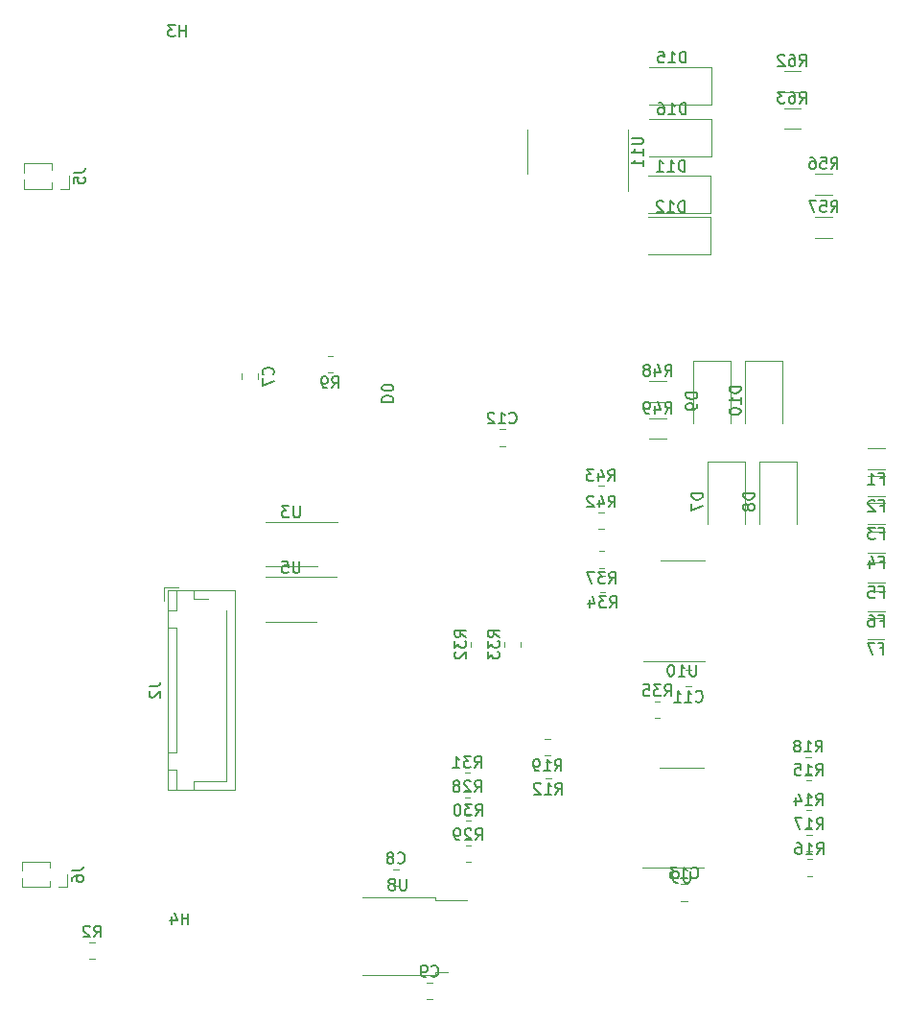
<source format=gbr>
%TF.GenerationSoftware,KiCad,Pcbnew,7.0.9*%
%TF.CreationDate,2024-01-03T22:11:43+05:30*%
%TF.ProjectId,BMS OPAMP,424d5320-4f50-4414-9d50-2e6b69636164,rev?*%
%TF.SameCoordinates,Original*%
%TF.FileFunction,Legend,Bot*%
%TF.FilePolarity,Positive*%
%FSLAX46Y46*%
G04 Gerber Fmt 4.6, Leading zero omitted, Abs format (unit mm)*
G04 Created by KiCad (PCBNEW 7.0.9) date 2024-01-03 22:11:43*
%MOMM*%
%LPD*%
G01*
G04 APERTURE LIST*
%ADD10C,0.150000*%
%ADD11C,0.120000*%
G04 APERTURE END LIST*
D10*
X55425180Y-47601094D02*
X56425180Y-47601094D01*
X56425180Y-47601094D02*
X56425180Y-47362999D01*
X56425180Y-47362999D02*
X56377561Y-47220142D01*
X56377561Y-47220142D02*
X56282323Y-47124904D01*
X56282323Y-47124904D02*
X56187085Y-47077285D01*
X56187085Y-47077285D02*
X55996609Y-47029666D01*
X55996609Y-47029666D02*
X55853752Y-47029666D01*
X55853752Y-47029666D02*
X55663276Y-47077285D01*
X55663276Y-47077285D02*
X55568038Y-47124904D01*
X55568038Y-47124904D02*
X55472800Y-47220142D01*
X55472800Y-47220142D02*
X55425180Y-47362999D01*
X55425180Y-47362999D02*
X55425180Y-47601094D01*
X56425180Y-46410618D02*
X56425180Y-46315380D01*
X56425180Y-46315380D02*
X56377561Y-46220142D01*
X56377561Y-46220142D02*
X56329942Y-46172523D01*
X56329942Y-46172523D02*
X56234704Y-46124904D01*
X56234704Y-46124904D02*
X56044228Y-46077285D01*
X56044228Y-46077285D02*
X55806133Y-46077285D01*
X55806133Y-46077285D02*
X55615657Y-46124904D01*
X55615657Y-46124904D02*
X55520419Y-46172523D01*
X55520419Y-46172523D02*
X55472800Y-46220142D01*
X55472800Y-46220142D02*
X55425180Y-46315380D01*
X55425180Y-46315380D02*
X55425180Y-46410618D01*
X55425180Y-46410618D02*
X55472800Y-46505856D01*
X55472800Y-46505856D02*
X55520419Y-46553475D01*
X55520419Y-46553475D02*
X55615657Y-46601094D01*
X55615657Y-46601094D02*
X55806133Y-46648713D01*
X55806133Y-46648713D02*
X56044228Y-46648713D01*
X56044228Y-46648713D02*
X56234704Y-46601094D01*
X56234704Y-46601094D02*
X56329942Y-46553475D01*
X56329942Y-46553475D02*
X56377561Y-46505856D01*
X56377561Y-46505856D02*
X56425180Y-46410618D01*
X92310857Y-21254219D02*
X92644190Y-20778028D01*
X92882285Y-21254219D02*
X92882285Y-20254219D01*
X92882285Y-20254219D02*
X92501333Y-20254219D01*
X92501333Y-20254219D02*
X92406095Y-20301838D01*
X92406095Y-20301838D02*
X92358476Y-20349457D01*
X92358476Y-20349457D02*
X92310857Y-20444695D01*
X92310857Y-20444695D02*
X92310857Y-20587552D01*
X92310857Y-20587552D02*
X92358476Y-20682790D01*
X92358476Y-20682790D02*
X92406095Y-20730409D01*
X92406095Y-20730409D02*
X92501333Y-20778028D01*
X92501333Y-20778028D02*
X92882285Y-20778028D01*
X91453714Y-20254219D02*
X91644190Y-20254219D01*
X91644190Y-20254219D02*
X91739428Y-20301838D01*
X91739428Y-20301838D02*
X91787047Y-20349457D01*
X91787047Y-20349457D02*
X91882285Y-20492314D01*
X91882285Y-20492314D02*
X91929904Y-20682790D01*
X91929904Y-20682790D02*
X91929904Y-21063742D01*
X91929904Y-21063742D02*
X91882285Y-21158980D01*
X91882285Y-21158980D02*
X91834666Y-21206600D01*
X91834666Y-21206600D02*
X91739428Y-21254219D01*
X91739428Y-21254219D02*
X91548952Y-21254219D01*
X91548952Y-21254219D02*
X91453714Y-21206600D01*
X91453714Y-21206600D02*
X91406095Y-21158980D01*
X91406095Y-21158980D02*
X91358476Y-21063742D01*
X91358476Y-21063742D02*
X91358476Y-20825647D01*
X91358476Y-20825647D02*
X91406095Y-20730409D01*
X91406095Y-20730409D02*
X91453714Y-20682790D01*
X91453714Y-20682790D02*
X91548952Y-20635171D01*
X91548952Y-20635171D02*
X91739428Y-20635171D01*
X91739428Y-20635171D02*
X91834666Y-20682790D01*
X91834666Y-20682790D02*
X91882285Y-20730409D01*
X91882285Y-20730409D02*
X91929904Y-20825647D01*
X91025142Y-20254219D02*
X90406095Y-20254219D01*
X90406095Y-20254219D02*
X90739428Y-20635171D01*
X90739428Y-20635171D02*
X90596571Y-20635171D01*
X90596571Y-20635171D02*
X90501333Y-20682790D01*
X90501333Y-20682790D02*
X90453714Y-20730409D01*
X90453714Y-20730409D02*
X90406095Y-20825647D01*
X90406095Y-20825647D02*
X90406095Y-21063742D01*
X90406095Y-21063742D02*
X90453714Y-21158980D01*
X90453714Y-21158980D02*
X90501333Y-21206600D01*
X90501333Y-21206600D02*
X90596571Y-21254219D01*
X90596571Y-21254219D02*
X90882285Y-21254219D01*
X90882285Y-21254219D02*
X90977523Y-21206600D01*
X90977523Y-21206600D02*
X91025142Y-21158980D01*
X48183704Y-56802019D02*
X48183704Y-57611542D01*
X48183704Y-57611542D02*
X48136085Y-57706780D01*
X48136085Y-57706780D02*
X48088466Y-57754400D01*
X48088466Y-57754400D02*
X47993228Y-57802019D01*
X47993228Y-57802019D02*
X47802752Y-57802019D01*
X47802752Y-57802019D02*
X47707514Y-57754400D01*
X47707514Y-57754400D02*
X47659895Y-57706780D01*
X47659895Y-57706780D02*
X47612276Y-57611542D01*
X47612276Y-57611542D02*
X47612276Y-56802019D01*
X47231323Y-56802019D02*
X46612276Y-56802019D01*
X46612276Y-56802019D02*
X46945609Y-57182971D01*
X46945609Y-57182971D02*
X46802752Y-57182971D01*
X46802752Y-57182971D02*
X46707514Y-57230590D01*
X46707514Y-57230590D02*
X46659895Y-57278209D01*
X46659895Y-57278209D02*
X46612276Y-57373447D01*
X46612276Y-57373447D02*
X46612276Y-57611542D01*
X46612276Y-57611542D02*
X46659895Y-57706780D01*
X46659895Y-57706780D02*
X46707514Y-57754400D01*
X46707514Y-57754400D02*
X46802752Y-57802019D01*
X46802752Y-57802019D02*
X47088466Y-57802019D01*
X47088466Y-57802019D02*
X47183704Y-57754400D01*
X47183704Y-57754400D02*
X47231323Y-57706780D01*
X95079457Y-30855419D02*
X95412790Y-30379228D01*
X95650885Y-30855419D02*
X95650885Y-29855419D01*
X95650885Y-29855419D02*
X95269933Y-29855419D01*
X95269933Y-29855419D02*
X95174695Y-29903038D01*
X95174695Y-29903038D02*
X95127076Y-29950657D01*
X95127076Y-29950657D02*
X95079457Y-30045895D01*
X95079457Y-30045895D02*
X95079457Y-30188752D01*
X95079457Y-30188752D02*
X95127076Y-30283990D01*
X95127076Y-30283990D02*
X95174695Y-30331609D01*
X95174695Y-30331609D02*
X95269933Y-30379228D01*
X95269933Y-30379228D02*
X95650885Y-30379228D01*
X94174695Y-29855419D02*
X94650885Y-29855419D01*
X94650885Y-29855419D02*
X94698504Y-30331609D01*
X94698504Y-30331609D02*
X94650885Y-30283990D01*
X94650885Y-30283990D02*
X94555647Y-30236371D01*
X94555647Y-30236371D02*
X94317552Y-30236371D01*
X94317552Y-30236371D02*
X94222314Y-30283990D01*
X94222314Y-30283990D02*
X94174695Y-30331609D01*
X94174695Y-30331609D02*
X94127076Y-30426847D01*
X94127076Y-30426847D02*
X94127076Y-30664942D01*
X94127076Y-30664942D02*
X94174695Y-30760180D01*
X94174695Y-30760180D02*
X94222314Y-30807800D01*
X94222314Y-30807800D02*
X94317552Y-30855419D01*
X94317552Y-30855419D02*
X94555647Y-30855419D01*
X94555647Y-30855419D02*
X94650885Y-30807800D01*
X94650885Y-30807800D02*
X94698504Y-30760180D01*
X93793742Y-29855419D02*
X93127076Y-29855419D01*
X93127076Y-29855419D02*
X93555647Y-30855419D01*
X75496657Y-63612819D02*
X75829990Y-63136628D01*
X76068085Y-63612819D02*
X76068085Y-62612819D01*
X76068085Y-62612819D02*
X75687133Y-62612819D01*
X75687133Y-62612819D02*
X75591895Y-62660438D01*
X75591895Y-62660438D02*
X75544276Y-62708057D01*
X75544276Y-62708057D02*
X75496657Y-62803295D01*
X75496657Y-62803295D02*
X75496657Y-62946152D01*
X75496657Y-62946152D02*
X75544276Y-63041390D01*
X75544276Y-63041390D02*
X75591895Y-63089009D01*
X75591895Y-63089009D02*
X75687133Y-63136628D01*
X75687133Y-63136628D02*
X76068085Y-63136628D01*
X75163323Y-62612819D02*
X74544276Y-62612819D01*
X74544276Y-62612819D02*
X74877609Y-62993771D01*
X74877609Y-62993771D02*
X74734752Y-62993771D01*
X74734752Y-62993771D02*
X74639514Y-63041390D01*
X74639514Y-63041390D02*
X74591895Y-63089009D01*
X74591895Y-63089009D02*
X74544276Y-63184247D01*
X74544276Y-63184247D02*
X74544276Y-63422342D01*
X74544276Y-63422342D02*
X74591895Y-63517580D01*
X74591895Y-63517580D02*
X74639514Y-63565200D01*
X74639514Y-63565200D02*
X74734752Y-63612819D01*
X74734752Y-63612819D02*
X75020466Y-63612819D01*
X75020466Y-63612819D02*
X75115704Y-63565200D01*
X75115704Y-63565200D02*
X75163323Y-63517580D01*
X74210942Y-62612819D02*
X73544276Y-62612819D01*
X73544276Y-62612819D02*
X73972847Y-63612819D01*
X77479819Y-24314305D02*
X78289342Y-24314305D01*
X78289342Y-24314305D02*
X78384580Y-24361924D01*
X78384580Y-24361924D02*
X78432200Y-24409543D01*
X78432200Y-24409543D02*
X78479819Y-24504781D01*
X78479819Y-24504781D02*
X78479819Y-24695257D01*
X78479819Y-24695257D02*
X78432200Y-24790495D01*
X78432200Y-24790495D02*
X78384580Y-24838114D01*
X78384580Y-24838114D02*
X78289342Y-24885733D01*
X78289342Y-24885733D02*
X77479819Y-24885733D01*
X78479819Y-25885733D02*
X78479819Y-25314305D01*
X78479819Y-25600019D02*
X77479819Y-25600019D01*
X77479819Y-25600019D02*
X77622676Y-25504781D01*
X77622676Y-25504781D02*
X77717914Y-25409543D01*
X77717914Y-25409543D02*
X77765533Y-25314305D01*
X78479819Y-26838114D02*
X78479819Y-26266686D01*
X78479819Y-26552400D02*
X77479819Y-26552400D01*
X77479819Y-26552400D02*
X77622676Y-26457162D01*
X77622676Y-26457162D02*
X77717914Y-26361924D01*
X77717914Y-26361924D02*
X77765533Y-26266686D01*
X28057819Y-88947666D02*
X28772104Y-88947666D01*
X28772104Y-88947666D02*
X28914961Y-88900047D01*
X28914961Y-88900047D02*
X29010200Y-88804809D01*
X29010200Y-88804809D02*
X29057819Y-88661952D01*
X29057819Y-88661952D02*
X29057819Y-88566714D01*
X28057819Y-89852428D02*
X28057819Y-89661952D01*
X28057819Y-89661952D02*
X28105438Y-89566714D01*
X28105438Y-89566714D02*
X28153057Y-89519095D01*
X28153057Y-89519095D02*
X28295914Y-89423857D01*
X28295914Y-89423857D02*
X28486390Y-89376238D01*
X28486390Y-89376238D02*
X28867342Y-89376238D01*
X28867342Y-89376238D02*
X28962580Y-89423857D01*
X28962580Y-89423857D02*
X29010200Y-89471476D01*
X29010200Y-89471476D02*
X29057819Y-89566714D01*
X29057819Y-89566714D02*
X29057819Y-89757190D01*
X29057819Y-89757190D02*
X29010200Y-89852428D01*
X29010200Y-89852428D02*
X28962580Y-89900047D01*
X28962580Y-89900047D02*
X28867342Y-89947666D01*
X28867342Y-89947666D02*
X28629247Y-89947666D01*
X28629247Y-89947666D02*
X28534009Y-89900047D01*
X28534009Y-89900047D02*
X28486390Y-89852428D01*
X28486390Y-89852428D02*
X28438771Y-89757190D01*
X28438771Y-89757190D02*
X28438771Y-89566714D01*
X28438771Y-89566714D02*
X28486390Y-89471476D01*
X28486390Y-89471476D02*
X28534009Y-89423857D01*
X28534009Y-89423857D02*
X28629247Y-89376238D01*
X83778019Y-55656505D02*
X82778019Y-55656505D01*
X82778019Y-55656505D02*
X82778019Y-55894600D01*
X82778019Y-55894600D02*
X82825638Y-56037457D01*
X82825638Y-56037457D02*
X82920876Y-56132695D01*
X82920876Y-56132695D02*
X83016114Y-56180314D01*
X83016114Y-56180314D02*
X83206590Y-56227933D01*
X83206590Y-56227933D02*
X83349447Y-56227933D01*
X83349447Y-56227933D02*
X83539923Y-56180314D01*
X83539923Y-56180314D02*
X83635161Y-56132695D01*
X83635161Y-56132695D02*
X83730400Y-56037457D01*
X83730400Y-56037457D02*
X83778019Y-55894600D01*
X83778019Y-55894600D02*
X83778019Y-55656505D01*
X82778019Y-56561267D02*
X82778019Y-57227933D01*
X82778019Y-57227933D02*
X83778019Y-56799362D01*
X87112219Y-46258314D02*
X86112219Y-46258314D01*
X86112219Y-46258314D02*
X86112219Y-46496409D01*
X86112219Y-46496409D02*
X86159838Y-46639266D01*
X86159838Y-46639266D02*
X86255076Y-46734504D01*
X86255076Y-46734504D02*
X86350314Y-46782123D01*
X86350314Y-46782123D02*
X86540790Y-46829742D01*
X86540790Y-46829742D02*
X86683647Y-46829742D01*
X86683647Y-46829742D02*
X86874123Y-46782123D01*
X86874123Y-46782123D02*
X86969361Y-46734504D01*
X86969361Y-46734504D02*
X87064600Y-46639266D01*
X87064600Y-46639266D02*
X87112219Y-46496409D01*
X87112219Y-46496409D02*
X87112219Y-46258314D01*
X87112219Y-47782123D02*
X87112219Y-47210695D01*
X87112219Y-47496409D02*
X86112219Y-47496409D01*
X86112219Y-47496409D02*
X86255076Y-47401171D01*
X86255076Y-47401171D02*
X86350314Y-47305933D01*
X86350314Y-47305933D02*
X86397933Y-47210695D01*
X86112219Y-48401171D02*
X86112219Y-48496409D01*
X86112219Y-48496409D02*
X86159838Y-48591647D01*
X86159838Y-48591647D02*
X86207457Y-48639266D01*
X86207457Y-48639266D02*
X86302695Y-48686885D01*
X86302695Y-48686885D02*
X86493171Y-48734504D01*
X86493171Y-48734504D02*
X86731266Y-48734504D01*
X86731266Y-48734504D02*
X86921742Y-48686885D01*
X86921742Y-48686885D02*
X87016980Y-48639266D01*
X87016980Y-48639266D02*
X87064600Y-48591647D01*
X87064600Y-48591647D02*
X87112219Y-48496409D01*
X87112219Y-48496409D02*
X87112219Y-48401171D01*
X87112219Y-48401171D02*
X87064600Y-48305933D01*
X87064600Y-48305933D02*
X87016980Y-48258314D01*
X87016980Y-48258314D02*
X86921742Y-48210695D01*
X86921742Y-48210695D02*
X86731266Y-48163076D01*
X86731266Y-48163076D02*
X86493171Y-48163076D01*
X86493171Y-48163076D02*
X86302695Y-48210695D01*
X86302695Y-48210695D02*
X86207457Y-48258314D01*
X86207457Y-48258314D02*
X86159838Y-48305933D01*
X86159838Y-48305933D02*
X86112219Y-48401171D01*
X83189694Y-70800219D02*
X83189694Y-71609742D01*
X83189694Y-71609742D02*
X83142075Y-71704980D01*
X83142075Y-71704980D02*
X83094456Y-71752600D01*
X83094456Y-71752600D02*
X82999218Y-71800219D01*
X82999218Y-71800219D02*
X82808742Y-71800219D01*
X82808742Y-71800219D02*
X82713504Y-71752600D01*
X82713504Y-71752600D02*
X82665885Y-71704980D01*
X82665885Y-71704980D02*
X82618266Y-71609742D01*
X82618266Y-71609742D02*
X82618266Y-70800219D01*
X81618266Y-71800219D02*
X82189694Y-71800219D01*
X81903980Y-71800219D02*
X81903980Y-70800219D01*
X81903980Y-70800219D02*
X81999218Y-70943076D01*
X81999218Y-70943076D02*
X82094456Y-71038314D01*
X82094456Y-71038314D02*
X82189694Y-71085933D01*
X80999218Y-70800219D02*
X80903980Y-70800219D01*
X80903980Y-70800219D02*
X80808742Y-70847838D01*
X80808742Y-70847838D02*
X80761123Y-70895457D01*
X80761123Y-70895457D02*
X80713504Y-70990695D01*
X80713504Y-70990695D02*
X80665885Y-71181171D01*
X80665885Y-71181171D02*
X80665885Y-71419266D01*
X80665885Y-71419266D02*
X80713504Y-71609742D01*
X80713504Y-71609742D02*
X80761123Y-71704980D01*
X80761123Y-71704980D02*
X80808742Y-71752600D01*
X80808742Y-71752600D02*
X80903980Y-71800219D01*
X80903980Y-71800219D02*
X80999218Y-71800219D01*
X80999218Y-71800219D02*
X81094456Y-71752600D01*
X81094456Y-71752600D02*
X81142075Y-71704980D01*
X81142075Y-71704980D02*
X81189694Y-71609742D01*
X81189694Y-71609742D02*
X81237313Y-71419266D01*
X81237313Y-71419266D02*
X81237313Y-71181171D01*
X81237313Y-71181171D02*
X81189694Y-70990695D01*
X81189694Y-70990695D02*
X81142075Y-70895457D01*
X81142075Y-70895457D02*
X81094456Y-70847838D01*
X81094456Y-70847838D02*
X80999218Y-70800219D01*
X93759257Y-80542019D02*
X94092590Y-80065828D01*
X94330685Y-80542019D02*
X94330685Y-79542019D01*
X94330685Y-79542019D02*
X93949733Y-79542019D01*
X93949733Y-79542019D02*
X93854495Y-79589638D01*
X93854495Y-79589638D02*
X93806876Y-79637257D01*
X93806876Y-79637257D02*
X93759257Y-79732495D01*
X93759257Y-79732495D02*
X93759257Y-79875352D01*
X93759257Y-79875352D02*
X93806876Y-79970590D01*
X93806876Y-79970590D02*
X93854495Y-80018209D01*
X93854495Y-80018209D02*
X93949733Y-80065828D01*
X93949733Y-80065828D02*
X94330685Y-80065828D01*
X92806876Y-80542019D02*
X93378304Y-80542019D01*
X93092590Y-80542019D02*
X93092590Y-79542019D01*
X93092590Y-79542019D02*
X93187828Y-79684876D01*
X93187828Y-79684876D02*
X93283066Y-79780114D01*
X93283066Y-79780114D02*
X93378304Y-79827733D01*
X91902114Y-79542019D02*
X92378304Y-79542019D01*
X92378304Y-79542019D02*
X92425923Y-80018209D01*
X92425923Y-80018209D02*
X92378304Y-79970590D01*
X92378304Y-79970590D02*
X92283066Y-79922971D01*
X92283066Y-79922971D02*
X92044971Y-79922971D01*
X92044971Y-79922971D02*
X91949733Y-79970590D01*
X91949733Y-79970590D02*
X91902114Y-80018209D01*
X91902114Y-80018209D02*
X91854495Y-80113447D01*
X91854495Y-80113447D02*
X91854495Y-80351542D01*
X91854495Y-80351542D02*
X91902114Y-80446780D01*
X91902114Y-80446780D02*
X91949733Y-80494400D01*
X91949733Y-80494400D02*
X92044971Y-80542019D01*
X92044971Y-80542019D02*
X92283066Y-80542019D01*
X92283066Y-80542019D02*
X92378304Y-80494400D01*
X92378304Y-80494400D02*
X92425923Y-80446780D01*
X70762857Y-82216419D02*
X71096190Y-81740228D01*
X71334285Y-82216419D02*
X71334285Y-81216419D01*
X71334285Y-81216419D02*
X70953333Y-81216419D01*
X70953333Y-81216419D02*
X70858095Y-81264038D01*
X70858095Y-81264038D02*
X70810476Y-81311657D01*
X70810476Y-81311657D02*
X70762857Y-81406895D01*
X70762857Y-81406895D02*
X70762857Y-81549752D01*
X70762857Y-81549752D02*
X70810476Y-81644990D01*
X70810476Y-81644990D02*
X70858095Y-81692609D01*
X70858095Y-81692609D02*
X70953333Y-81740228D01*
X70953333Y-81740228D02*
X71334285Y-81740228D01*
X69810476Y-82216419D02*
X70381904Y-82216419D01*
X70096190Y-82216419D02*
X70096190Y-81216419D01*
X70096190Y-81216419D02*
X70191428Y-81359276D01*
X70191428Y-81359276D02*
X70286666Y-81454514D01*
X70286666Y-81454514D02*
X70381904Y-81502133D01*
X69429523Y-81311657D02*
X69381904Y-81264038D01*
X69381904Y-81264038D02*
X69286666Y-81216419D01*
X69286666Y-81216419D02*
X69048571Y-81216419D01*
X69048571Y-81216419D02*
X68953333Y-81264038D01*
X68953333Y-81264038D02*
X68905714Y-81311657D01*
X68905714Y-81311657D02*
X68858095Y-81406895D01*
X68858095Y-81406895D02*
X68858095Y-81502133D01*
X68858095Y-81502133D02*
X68905714Y-81644990D01*
X68905714Y-81644990D02*
X69477142Y-82216419D01*
X69477142Y-82216419D02*
X68858095Y-82216419D01*
X75445857Y-56894619D02*
X75779190Y-56418428D01*
X76017285Y-56894619D02*
X76017285Y-55894619D01*
X76017285Y-55894619D02*
X75636333Y-55894619D01*
X75636333Y-55894619D02*
X75541095Y-55942238D01*
X75541095Y-55942238D02*
X75493476Y-55989857D01*
X75493476Y-55989857D02*
X75445857Y-56085095D01*
X75445857Y-56085095D02*
X75445857Y-56227952D01*
X75445857Y-56227952D02*
X75493476Y-56323190D01*
X75493476Y-56323190D02*
X75541095Y-56370809D01*
X75541095Y-56370809D02*
X75636333Y-56418428D01*
X75636333Y-56418428D02*
X76017285Y-56418428D01*
X74588714Y-56227952D02*
X74588714Y-56894619D01*
X74826809Y-55847000D02*
X75064904Y-56561285D01*
X75064904Y-56561285D02*
X74445857Y-56561285D01*
X74112523Y-55989857D02*
X74064904Y-55942238D01*
X74064904Y-55942238D02*
X73969666Y-55894619D01*
X73969666Y-55894619D02*
X73731571Y-55894619D01*
X73731571Y-55894619D02*
X73636333Y-55942238D01*
X73636333Y-55942238D02*
X73588714Y-55989857D01*
X73588714Y-55989857D02*
X73541095Y-56085095D01*
X73541095Y-56085095D02*
X73541095Y-56180333D01*
X73541095Y-56180333D02*
X73588714Y-56323190D01*
X73588714Y-56323190D02*
X74160142Y-56894619D01*
X74160142Y-56894619D02*
X73541095Y-56894619D01*
X70686657Y-80159019D02*
X71019990Y-79682828D01*
X71258085Y-80159019D02*
X71258085Y-79159019D01*
X71258085Y-79159019D02*
X70877133Y-79159019D01*
X70877133Y-79159019D02*
X70781895Y-79206638D01*
X70781895Y-79206638D02*
X70734276Y-79254257D01*
X70734276Y-79254257D02*
X70686657Y-79349495D01*
X70686657Y-79349495D02*
X70686657Y-79492352D01*
X70686657Y-79492352D02*
X70734276Y-79587590D01*
X70734276Y-79587590D02*
X70781895Y-79635209D01*
X70781895Y-79635209D02*
X70877133Y-79682828D01*
X70877133Y-79682828D02*
X71258085Y-79682828D01*
X69734276Y-80159019D02*
X70305704Y-80159019D01*
X70019990Y-80159019D02*
X70019990Y-79159019D01*
X70019990Y-79159019D02*
X70115228Y-79301876D01*
X70115228Y-79301876D02*
X70210466Y-79397114D01*
X70210466Y-79397114D02*
X70305704Y-79444733D01*
X69258085Y-80159019D02*
X69067609Y-80159019D01*
X69067609Y-80159019D02*
X68972371Y-80111400D01*
X68972371Y-80111400D02*
X68924752Y-80063780D01*
X68924752Y-80063780D02*
X68829514Y-79920923D01*
X68829514Y-79920923D02*
X68781895Y-79730447D01*
X68781895Y-79730447D02*
X68781895Y-79349495D01*
X68781895Y-79349495D02*
X68829514Y-79254257D01*
X68829514Y-79254257D02*
X68877133Y-79206638D01*
X68877133Y-79206638D02*
X68972371Y-79159019D01*
X68972371Y-79159019D02*
X69162847Y-79159019D01*
X69162847Y-79159019D02*
X69258085Y-79206638D01*
X69258085Y-79206638D02*
X69305704Y-79254257D01*
X69305704Y-79254257D02*
X69353323Y-79349495D01*
X69353323Y-79349495D02*
X69353323Y-79587590D01*
X69353323Y-79587590D02*
X69305704Y-79682828D01*
X69305704Y-79682828D02*
X69258085Y-79730447D01*
X69258085Y-79730447D02*
X69162847Y-79778066D01*
X69162847Y-79778066D02*
X68972371Y-79778066D01*
X68972371Y-79778066D02*
X68877133Y-79730447D01*
X68877133Y-79730447D02*
X68829514Y-79682828D01*
X68829514Y-79682828D02*
X68781895Y-79587590D01*
X99418133Y-56767409D02*
X99751466Y-56767409D01*
X99751466Y-57291219D02*
X99751466Y-56291219D01*
X99751466Y-56291219D02*
X99275276Y-56291219D01*
X98941942Y-56386457D02*
X98894323Y-56338838D01*
X98894323Y-56338838D02*
X98799085Y-56291219D01*
X98799085Y-56291219D02*
X98560990Y-56291219D01*
X98560990Y-56291219D02*
X98465752Y-56338838D01*
X98465752Y-56338838D02*
X98418133Y-56386457D01*
X98418133Y-56386457D02*
X98370514Y-56481695D01*
X98370514Y-56481695D02*
X98370514Y-56576933D01*
X98370514Y-56576933D02*
X98418133Y-56719790D01*
X98418133Y-56719790D02*
X98989561Y-57291219D01*
X98989561Y-57291219D02*
X98370514Y-57291219D01*
X82265085Y-22240619D02*
X82265085Y-21240619D01*
X82265085Y-21240619D02*
X82026990Y-21240619D01*
X82026990Y-21240619D02*
X81884133Y-21288238D01*
X81884133Y-21288238D02*
X81788895Y-21383476D01*
X81788895Y-21383476D02*
X81741276Y-21478714D01*
X81741276Y-21478714D02*
X81693657Y-21669190D01*
X81693657Y-21669190D02*
X81693657Y-21812047D01*
X81693657Y-21812047D02*
X81741276Y-22002523D01*
X81741276Y-22002523D02*
X81788895Y-22097761D01*
X81788895Y-22097761D02*
X81884133Y-22193000D01*
X81884133Y-22193000D02*
X82026990Y-22240619D01*
X82026990Y-22240619D02*
X82265085Y-22240619D01*
X80741276Y-22240619D02*
X81312704Y-22240619D01*
X81026990Y-22240619D02*
X81026990Y-21240619D01*
X81026990Y-21240619D02*
X81122228Y-21383476D01*
X81122228Y-21383476D02*
X81217466Y-21478714D01*
X81217466Y-21478714D02*
X81312704Y-21526333D01*
X79884133Y-21240619D02*
X80074609Y-21240619D01*
X80074609Y-21240619D02*
X80169847Y-21288238D01*
X80169847Y-21288238D02*
X80217466Y-21335857D01*
X80217466Y-21335857D02*
X80312704Y-21478714D01*
X80312704Y-21478714D02*
X80360323Y-21669190D01*
X80360323Y-21669190D02*
X80360323Y-22050142D01*
X80360323Y-22050142D02*
X80312704Y-22145380D01*
X80312704Y-22145380D02*
X80265085Y-22193000D01*
X80265085Y-22193000D02*
X80169847Y-22240619D01*
X80169847Y-22240619D02*
X79979371Y-22240619D01*
X79979371Y-22240619D02*
X79884133Y-22193000D01*
X79884133Y-22193000D02*
X79836514Y-22145380D01*
X79836514Y-22145380D02*
X79788895Y-22050142D01*
X79788895Y-22050142D02*
X79788895Y-21812047D01*
X79788895Y-21812047D02*
X79836514Y-21716809D01*
X79836514Y-21716809D02*
X79884133Y-21669190D01*
X79884133Y-21669190D02*
X79979371Y-21621571D01*
X79979371Y-21621571D02*
X80169847Y-21621571D01*
X80169847Y-21621571D02*
X80265085Y-21669190D01*
X80265085Y-21669190D02*
X80312704Y-21716809D01*
X80312704Y-21716809D02*
X80360323Y-21812047D01*
X51017466Y-46377019D02*
X51350799Y-45900828D01*
X51588894Y-46377019D02*
X51588894Y-45377019D01*
X51588894Y-45377019D02*
X51207942Y-45377019D01*
X51207942Y-45377019D02*
X51112704Y-45424638D01*
X51112704Y-45424638D02*
X51065085Y-45472257D01*
X51065085Y-45472257D02*
X51017466Y-45567495D01*
X51017466Y-45567495D02*
X51017466Y-45710352D01*
X51017466Y-45710352D02*
X51065085Y-45805590D01*
X51065085Y-45805590D02*
X51112704Y-45853209D01*
X51112704Y-45853209D02*
X51207942Y-45900828D01*
X51207942Y-45900828D02*
X51588894Y-45900828D01*
X50541275Y-46377019D02*
X50350799Y-46377019D01*
X50350799Y-46377019D02*
X50255561Y-46329400D01*
X50255561Y-46329400D02*
X50207942Y-46281780D01*
X50207942Y-46281780D02*
X50112704Y-46138923D01*
X50112704Y-46138923D02*
X50065085Y-45948447D01*
X50065085Y-45948447D02*
X50065085Y-45567495D01*
X50065085Y-45567495D02*
X50112704Y-45472257D01*
X50112704Y-45472257D02*
X50160323Y-45424638D01*
X50160323Y-45424638D02*
X50255561Y-45377019D01*
X50255561Y-45377019D02*
X50446037Y-45377019D01*
X50446037Y-45377019D02*
X50541275Y-45424638D01*
X50541275Y-45424638D02*
X50588894Y-45472257D01*
X50588894Y-45472257D02*
X50636513Y-45567495D01*
X50636513Y-45567495D02*
X50636513Y-45805590D01*
X50636513Y-45805590D02*
X50588894Y-45900828D01*
X50588894Y-45900828D02*
X50541275Y-45948447D01*
X50541275Y-45948447D02*
X50446037Y-45996066D01*
X50446037Y-45996066D02*
X50255561Y-45996066D01*
X50255561Y-45996066D02*
X50160323Y-45948447D01*
X50160323Y-45948447D02*
X50112704Y-45900828D01*
X50112704Y-45900828D02*
X50065085Y-45805590D01*
X45803780Y-45197733D02*
X45851400Y-45150114D01*
X45851400Y-45150114D02*
X45899019Y-45007257D01*
X45899019Y-45007257D02*
X45899019Y-44912019D01*
X45899019Y-44912019D02*
X45851400Y-44769162D01*
X45851400Y-44769162D02*
X45756161Y-44673924D01*
X45756161Y-44673924D02*
X45660923Y-44626305D01*
X45660923Y-44626305D02*
X45470447Y-44578686D01*
X45470447Y-44578686D02*
X45327590Y-44578686D01*
X45327590Y-44578686D02*
X45137114Y-44626305D01*
X45137114Y-44626305D02*
X45041876Y-44673924D01*
X45041876Y-44673924D02*
X44946638Y-44769162D01*
X44946638Y-44769162D02*
X44899019Y-44912019D01*
X44899019Y-44912019D02*
X44899019Y-45007257D01*
X44899019Y-45007257D02*
X44946638Y-45150114D01*
X44946638Y-45150114D02*
X44994257Y-45197733D01*
X44899019Y-45531067D02*
X44899019Y-46197733D01*
X44899019Y-46197733D02*
X45899019Y-45769162D01*
X65784619Y-68343542D02*
X65308428Y-68010209D01*
X65784619Y-67772114D02*
X64784619Y-67772114D01*
X64784619Y-67772114D02*
X64784619Y-68153066D01*
X64784619Y-68153066D02*
X64832238Y-68248304D01*
X64832238Y-68248304D02*
X64879857Y-68295923D01*
X64879857Y-68295923D02*
X64975095Y-68343542D01*
X64975095Y-68343542D02*
X65117952Y-68343542D01*
X65117952Y-68343542D02*
X65213190Y-68295923D01*
X65213190Y-68295923D02*
X65260809Y-68248304D01*
X65260809Y-68248304D02*
X65308428Y-68153066D01*
X65308428Y-68153066D02*
X65308428Y-67772114D01*
X64784619Y-68676876D02*
X64784619Y-69295923D01*
X64784619Y-69295923D02*
X65165571Y-68962590D01*
X65165571Y-68962590D02*
X65165571Y-69105447D01*
X65165571Y-69105447D02*
X65213190Y-69200685D01*
X65213190Y-69200685D02*
X65260809Y-69248304D01*
X65260809Y-69248304D02*
X65356047Y-69295923D01*
X65356047Y-69295923D02*
X65594142Y-69295923D01*
X65594142Y-69295923D02*
X65689380Y-69248304D01*
X65689380Y-69248304D02*
X65737000Y-69200685D01*
X65737000Y-69200685D02*
X65784619Y-69105447D01*
X65784619Y-69105447D02*
X65784619Y-68819733D01*
X65784619Y-68819733D02*
X65737000Y-68724495D01*
X65737000Y-68724495D02*
X65689380Y-68676876D01*
X64784619Y-69629257D02*
X64784619Y-70248304D01*
X64784619Y-70248304D02*
X65165571Y-69914971D01*
X65165571Y-69914971D02*
X65165571Y-70057828D01*
X65165571Y-70057828D02*
X65213190Y-70153066D01*
X65213190Y-70153066D02*
X65260809Y-70200685D01*
X65260809Y-70200685D02*
X65356047Y-70248304D01*
X65356047Y-70248304D02*
X65594142Y-70248304D01*
X65594142Y-70248304D02*
X65689380Y-70200685D01*
X65689380Y-70200685D02*
X65737000Y-70153066D01*
X65737000Y-70153066D02*
X65784619Y-70057828D01*
X65784619Y-70057828D02*
X65784619Y-69772114D01*
X65784619Y-69772114D02*
X65737000Y-69676876D01*
X65737000Y-69676876D02*
X65689380Y-69629257D01*
X82188885Y-27266419D02*
X82188885Y-26266419D01*
X82188885Y-26266419D02*
X81950790Y-26266419D01*
X81950790Y-26266419D02*
X81807933Y-26314038D01*
X81807933Y-26314038D02*
X81712695Y-26409276D01*
X81712695Y-26409276D02*
X81665076Y-26504514D01*
X81665076Y-26504514D02*
X81617457Y-26694990D01*
X81617457Y-26694990D02*
X81617457Y-26837847D01*
X81617457Y-26837847D02*
X81665076Y-27028323D01*
X81665076Y-27028323D02*
X81712695Y-27123561D01*
X81712695Y-27123561D02*
X81807933Y-27218800D01*
X81807933Y-27218800D02*
X81950790Y-27266419D01*
X81950790Y-27266419D02*
X82188885Y-27266419D01*
X80665076Y-27266419D02*
X81236504Y-27266419D01*
X80950790Y-27266419D02*
X80950790Y-26266419D01*
X80950790Y-26266419D02*
X81046028Y-26409276D01*
X81046028Y-26409276D02*
X81141266Y-26504514D01*
X81141266Y-26504514D02*
X81236504Y-26552133D01*
X79712695Y-27266419D02*
X80284123Y-27266419D01*
X79998409Y-27266419D02*
X79998409Y-26266419D01*
X79998409Y-26266419D02*
X80093647Y-26409276D01*
X80093647Y-26409276D02*
X80188885Y-26504514D01*
X80188885Y-26504514D02*
X80284123Y-26552133D01*
X92310857Y-17964219D02*
X92644190Y-17488028D01*
X92882285Y-17964219D02*
X92882285Y-16964219D01*
X92882285Y-16964219D02*
X92501333Y-16964219D01*
X92501333Y-16964219D02*
X92406095Y-17011838D01*
X92406095Y-17011838D02*
X92358476Y-17059457D01*
X92358476Y-17059457D02*
X92310857Y-17154695D01*
X92310857Y-17154695D02*
X92310857Y-17297552D01*
X92310857Y-17297552D02*
X92358476Y-17392790D01*
X92358476Y-17392790D02*
X92406095Y-17440409D01*
X92406095Y-17440409D02*
X92501333Y-17488028D01*
X92501333Y-17488028D02*
X92882285Y-17488028D01*
X91453714Y-16964219D02*
X91644190Y-16964219D01*
X91644190Y-16964219D02*
X91739428Y-17011838D01*
X91739428Y-17011838D02*
X91787047Y-17059457D01*
X91787047Y-17059457D02*
X91882285Y-17202314D01*
X91882285Y-17202314D02*
X91929904Y-17392790D01*
X91929904Y-17392790D02*
X91929904Y-17773742D01*
X91929904Y-17773742D02*
X91882285Y-17868980D01*
X91882285Y-17868980D02*
X91834666Y-17916600D01*
X91834666Y-17916600D02*
X91739428Y-17964219D01*
X91739428Y-17964219D02*
X91548952Y-17964219D01*
X91548952Y-17964219D02*
X91453714Y-17916600D01*
X91453714Y-17916600D02*
X91406095Y-17868980D01*
X91406095Y-17868980D02*
X91358476Y-17773742D01*
X91358476Y-17773742D02*
X91358476Y-17535647D01*
X91358476Y-17535647D02*
X91406095Y-17440409D01*
X91406095Y-17440409D02*
X91453714Y-17392790D01*
X91453714Y-17392790D02*
X91548952Y-17345171D01*
X91548952Y-17345171D02*
X91739428Y-17345171D01*
X91739428Y-17345171D02*
X91834666Y-17392790D01*
X91834666Y-17392790D02*
X91882285Y-17440409D01*
X91882285Y-17440409D02*
X91929904Y-17535647D01*
X90977523Y-17059457D02*
X90929904Y-17011838D01*
X90929904Y-17011838D02*
X90834666Y-16964219D01*
X90834666Y-16964219D02*
X90596571Y-16964219D01*
X90596571Y-16964219D02*
X90501333Y-17011838D01*
X90501333Y-17011838D02*
X90453714Y-17059457D01*
X90453714Y-17059457D02*
X90406095Y-17154695D01*
X90406095Y-17154695D02*
X90406095Y-17249933D01*
X90406095Y-17249933D02*
X90453714Y-17392790D01*
X90453714Y-17392790D02*
X91025142Y-17964219D01*
X91025142Y-17964219D02*
X90406095Y-17964219D01*
X59805866Y-98222180D02*
X59853485Y-98269800D01*
X59853485Y-98269800D02*
X59996342Y-98317419D01*
X59996342Y-98317419D02*
X60091580Y-98317419D01*
X60091580Y-98317419D02*
X60234437Y-98269800D01*
X60234437Y-98269800D02*
X60329675Y-98174561D01*
X60329675Y-98174561D02*
X60377294Y-98079323D01*
X60377294Y-98079323D02*
X60424913Y-97888847D01*
X60424913Y-97888847D02*
X60424913Y-97745990D01*
X60424913Y-97745990D02*
X60377294Y-97555514D01*
X60377294Y-97555514D02*
X60329675Y-97460276D01*
X60329675Y-97460276D02*
X60234437Y-97365038D01*
X60234437Y-97365038D02*
X60091580Y-97317419D01*
X60091580Y-97317419D02*
X59996342Y-97317419D01*
X59996342Y-97317419D02*
X59853485Y-97365038D01*
X59853485Y-97365038D02*
X59805866Y-97412657D01*
X59329675Y-98317419D02*
X59139199Y-98317419D01*
X59139199Y-98317419D02*
X59043961Y-98269800D01*
X59043961Y-98269800D02*
X58996342Y-98222180D01*
X58996342Y-98222180D02*
X58901104Y-98079323D01*
X58901104Y-98079323D02*
X58853485Y-97888847D01*
X58853485Y-97888847D02*
X58853485Y-97507895D01*
X58853485Y-97507895D02*
X58901104Y-97412657D01*
X58901104Y-97412657D02*
X58948723Y-97365038D01*
X58948723Y-97365038D02*
X59043961Y-97317419D01*
X59043961Y-97317419D02*
X59234437Y-97317419D01*
X59234437Y-97317419D02*
X59329675Y-97365038D01*
X59329675Y-97365038D02*
X59377294Y-97412657D01*
X59377294Y-97412657D02*
X59424913Y-97507895D01*
X59424913Y-97507895D02*
X59424913Y-97745990D01*
X59424913Y-97745990D02*
X59377294Y-97841228D01*
X59377294Y-97841228D02*
X59329675Y-97888847D01*
X59329675Y-97888847D02*
X59234437Y-97936466D01*
X59234437Y-97936466D02*
X59043961Y-97936466D01*
X59043961Y-97936466D02*
X58948723Y-97888847D01*
X58948723Y-97888847D02*
X58901104Y-97841228D01*
X58901104Y-97841228D02*
X58853485Y-97745990D01*
X63685657Y-86257019D02*
X64018990Y-85780828D01*
X64257085Y-86257019D02*
X64257085Y-85257019D01*
X64257085Y-85257019D02*
X63876133Y-85257019D01*
X63876133Y-85257019D02*
X63780895Y-85304638D01*
X63780895Y-85304638D02*
X63733276Y-85352257D01*
X63733276Y-85352257D02*
X63685657Y-85447495D01*
X63685657Y-85447495D02*
X63685657Y-85590352D01*
X63685657Y-85590352D02*
X63733276Y-85685590D01*
X63733276Y-85685590D02*
X63780895Y-85733209D01*
X63780895Y-85733209D02*
X63876133Y-85780828D01*
X63876133Y-85780828D02*
X64257085Y-85780828D01*
X63304704Y-85352257D02*
X63257085Y-85304638D01*
X63257085Y-85304638D02*
X63161847Y-85257019D01*
X63161847Y-85257019D02*
X62923752Y-85257019D01*
X62923752Y-85257019D02*
X62828514Y-85304638D01*
X62828514Y-85304638D02*
X62780895Y-85352257D01*
X62780895Y-85352257D02*
X62733276Y-85447495D01*
X62733276Y-85447495D02*
X62733276Y-85542733D01*
X62733276Y-85542733D02*
X62780895Y-85685590D01*
X62780895Y-85685590D02*
X63352323Y-86257019D01*
X63352323Y-86257019D02*
X62733276Y-86257019D01*
X62257085Y-86257019D02*
X62066609Y-86257019D01*
X62066609Y-86257019D02*
X61971371Y-86209400D01*
X61971371Y-86209400D02*
X61923752Y-86161780D01*
X61923752Y-86161780D02*
X61828514Y-86018923D01*
X61828514Y-86018923D02*
X61780895Y-85828447D01*
X61780895Y-85828447D02*
X61780895Y-85447495D01*
X61780895Y-85447495D02*
X61828514Y-85352257D01*
X61828514Y-85352257D02*
X61876133Y-85304638D01*
X61876133Y-85304638D02*
X61971371Y-85257019D01*
X61971371Y-85257019D02*
X62161847Y-85257019D01*
X62161847Y-85257019D02*
X62257085Y-85304638D01*
X62257085Y-85304638D02*
X62304704Y-85352257D01*
X62304704Y-85352257D02*
X62352323Y-85447495D01*
X62352323Y-85447495D02*
X62352323Y-85685590D01*
X62352323Y-85685590D02*
X62304704Y-85780828D01*
X62304704Y-85780828D02*
X62257085Y-85828447D01*
X62257085Y-85828447D02*
X62161847Y-85876066D01*
X62161847Y-85876066D02*
X61971371Y-85876066D01*
X61971371Y-85876066D02*
X61876133Y-85828447D01*
X61876133Y-85828447D02*
X61828514Y-85780828D01*
X61828514Y-85780828D02*
X61780895Y-85685590D01*
X99418133Y-61720409D02*
X99751466Y-61720409D01*
X99751466Y-62244219D02*
X99751466Y-61244219D01*
X99751466Y-61244219D02*
X99275276Y-61244219D01*
X98465752Y-61577552D02*
X98465752Y-62244219D01*
X98703847Y-61196600D02*
X98941942Y-61910885D01*
X98941942Y-61910885D02*
X98322895Y-61910885D01*
X63609457Y-79881619D02*
X63942790Y-79405428D01*
X64180885Y-79881619D02*
X64180885Y-78881619D01*
X64180885Y-78881619D02*
X63799933Y-78881619D01*
X63799933Y-78881619D02*
X63704695Y-78929238D01*
X63704695Y-78929238D02*
X63657076Y-78976857D01*
X63657076Y-78976857D02*
X63609457Y-79072095D01*
X63609457Y-79072095D02*
X63609457Y-79214952D01*
X63609457Y-79214952D02*
X63657076Y-79310190D01*
X63657076Y-79310190D02*
X63704695Y-79357809D01*
X63704695Y-79357809D02*
X63799933Y-79405428D01*
X63799933Y-79405428D02*
X64180885Y-79405428D01*
X63276123Y-78881619D02*
X62657076Y-78881619D01*
X62657076Y-78881619D02*
X62990409Y-79262571D01*
X62990409Y-79262571D02*
X62847552Y-79262571D01*
X62847552Y-79262571D02*
X62752314Y-79310190D01*
X62752314Y-79310190D02*
X62704695Y-79357809D01*
X62704695Y-79357809D02*
X62657076Y-79453047D01*
X62657076Y-79453047D02*
X62657076Y-79691142D01*
X62657076Y-79691142D02*
X62704695Y-79786380D01*
X62704695Y-79786380D02*
X62752314Y-79834000D01*
X62752314Y-79834000D02*
X62847552Y-79881619D01*
X62847552Y-79881619D02*
X63133266Y-79881619D01*
X63133266Y-79881619D02*
X63228504Y-79834000D01*
X63228504Y-79834000D02*
X63276123Y-79786380D01*
X61704695Y-79881619D02*
X62276123Y-79881619D01*
X61990409Y-79881619D02*
X61990409Y-78881619D01*
X61990409Y-78881619D02*
X62085647Y-79024476D01*
X62085647Y-79024476D02*
X62180885Y-79119714D01*
X62180885Y-79119714D02*
X62276123Y-79167333D01*
X80424257Y-45320019D02*
X80757590Y-44843828D01*
X80995685Y-45320019D02*
X80995685Y-44320019D01*
X80995685Y-44320019D02*
X80614733Y-44320019D01*
X80614733Y-44320019D02*
X80519495Y-44367638D01*
X80519495Y-44367638D02*
X80471876Y-44415257D01*
X80471876Y-44415257D02*
X80424257Y-44510495D01*
X80424257Y-44510495D02*
X80424257Y-44653352D01*
X80424257Y-44653352D02*
X80471876Y-44748590D01*
X80471876Y-44748590D02*
X80519495Y-44796209D01*
X80519495Y-44796209D02*
X80614733Y-44843828D01*
X80614733Y-44843828D02*
X80995685Y-44843828D01*
X79567114Y-44653352D02*
X79567114Y-45320019D01*
X79805209Y-44272400D02*
X80043304Y-44986685D01*
X80043304Y-44986685D02*
X79424257Y-44986685D01*
X78900447Y-44748590D02*
X78995685Y-44700971D01*
X78995685Y-44700971D02*
X79043304Y-44653352D01*
X79043304Y-44653352D02*
X79090923Y-44558114D01*
X79090923Y-44558114D02*
X79090923Y-44510495D01*
X79090923Y-44510495D02*
X79043304Y-44415257D01*
X79043304Y-44415257D02*
X78995685Y-44367638D01*
X78995685Y-44367638D02*
X78900447Y-44320019D01*
X78900447Y-44320019D02*
X78709971Y-44320019D01*
X78709971Y-44320019D02*
X78614733Y-44367638D01*
X78614733Y-44367638D02*
X78567114Y-44415257D01*
X78567114Y-44415257D02*
X78519495Y-44510495D01*
X78519495Y-44510495D02*
X78519495Y-44558114D01*
X78519495Y-44558114D02*
X78567114Y-44653352D01*
X78567114Y-44653352D02*
X78614733Y-44700971D01*
X78614733Y-44700971D02*
X78709971Y-44748590D01*
X78709971Y-44748590D02*
X78900447Y-44748590D01*
X78900447Y-44748590D02*
X78995685Y-44796209D01*
X78995685Y-44796209D02*
X79043304Y-44843828D01*
X79043304Y-44843828D02*
X79090923Y-44939066D01*
X79090923Y-44939066D02*
X79090923Y-45129542D01*
X79090923Y-45129542D02*
X79043304Y-45224780D01*
X79043304Y-45224780D02*
X78995685Y-45272400D01*
X78995685Y-45272400D02*
X78900447Y-45320019D01*
X78900447Y-45320019D02*
X78709971Y-45320019D01*
X78709971Y-45320019D02*
X78614733Y-45272400D01*
X78614733Y-45272400D02*
X78567114Y-45224780D01*
X78567114Y-45224780D02*
X78519495Y-45129542D01*
X78519495Y-45129542D02*
X78519495Y-44939066D01*
X78519495Y-44939066D02*
X78567114Y-44843828D01*
X78567114Y-44843828D02*
X78614733Y-44796209D01*
X78614733Y-44796209D02*
X78709971Y-44748590D01*
X80424257Y-48610019D02*
X80757590Y-48133828D01*
X80995685Y-48610019D02*
X80995685Y-47610019D01*
X80995685Y-47610019D02*
X80614733Y-47610019D01*
X80614733Y-47610019D02*
X80519495Y-47657638D01*
X80519495Y-47657638D02*
X80471876Y-47705257D01*
X80471876Y-47705257D02*
X80424257Y-47800495D01*
X80424257Y-47800495D02*
X80424257Y-47943352D01*
X80424257Y-47943352D02*
X80471876Y-48038590D01*
X80471876Y-48038590D02*
X80519495Y-48086209D01*
X80519495Y-48086209D02*
X80614733Y-48133828D01*
X80614733Y-48133828D02*
X80995685Y-48133828D01*
X79567114Y-47943352D02*
X79567114Y-48610019D01*
X79805209Y-47562400D02*
X80043304Y-48276685D01*
X80043304Y-48276685D02*
X79424257Y-48276685D01*
X78995685Y-48610019D02*
X78805209Y-48610019D01*
X78805209Y-48610019D02*
X78709971Y-48562400D01*
X78709971Y-48562400D02*
X78662352Y-48514780D01*
X78662352Y-48514780D02*
X78567114Y-48371923D01*
X78567114Y-48371923D02*
X78519495Y-48181447D01*
X78519495Y-48181447D02*
X78519495Y-47800495D01*
X78519495Y-47800495D02*
X78567114Y-47705257D01*
X78567114Y-47705257D02*
X78614733Y-47657638D01*
X78614733Y-47657638D02*
X78709971Y-47610019D01*
X78709971Y-47610019D02*
X78900447Y-47610019D01*
X78900447Y-47610019D02*
X78995685Y-47657638D01*
X78995685Y-47657638D02*
X79043304Y-47705257D01*
X79043304Y-47705257D02*
X79090923Y-47800495D01*
X79090923Y-47800495D02*
X79090923Y-48038590D01*
X79090923Y-48038590D02*
X79043304Y-48133828D01*
X79043304Y-48133828D02*
X78995685Y-48181447D01*
X78995685Y-48181447D02*
X78900447Y-48229066D01*
X78900447Y-48229066D02*
X78709971Y-48229066D01*
X78709971Y-48229066D02*
X78614733Y-48181447D01*
X78614733Y-48181447D02*
X78567114Y-48133828D01*
X78567114Y-48133828D02*
X78519495Y-48038590D01*
X30011666Y-94816819D02*
X30344999Y-94340628D01*
X30583094Y-94816819D02*
X30583094Y-93816819D01*
X30583094Y-93816819D02*
X30202142Y-93816819D01*
X30202142Y-93816819D02*
X30106904Y-93864438D01*
X30106904Y-93864438D02*
X30059285Y-93912057D01*
X30059285Y-93912057D02*
X30011666Y-94007295D01*
X30011666Y-94007295D02*
X30011666Y-94150152D01*
X30011666Y-94150152D02*
X30059285Y-94245390D01*
X30059285Y-94245390D02*
X30106904Y-94293009D01*
X30106904Y-94293009D02*
X30202142Y-94340628D01*
X30202142Y-94340628D02*
X30583094Y-94340628D01*
X29630713Y-93912057D02*
X29583094Y-93864438D01*
X29583094Y-93864438D02*
X29487856Y-93816819D01*
X29487856Y-93816819D02*
X29249761Y-93816819D01*
X29249761Y-93816819D02*
X29154523Y-93864438D01*
X29154523Y-93864438D02*
X29106904Y-93912057D01*
X29106904Y-93912057D02*
X29059285Y-94007295D01*
X29059285Y-94007295D02*
X29059285Y-94102533D01*
X29059285Y-94102533D02*
X29106904Y-94245390D01*
X29106904Y-94245390D02*
X29678332Y-94816819D01*
X29678332Y-94816819D02*
X29059285Y-94816819D01*
X93835457Y-87501619D02*
X94168790Y-87025428D01*
X94406885Y-87501619D02*
X94406885Y-86501619D01*
X94406885Y-86501619D02*
X94025933Y-86501619D01*
X94025933Y-86501619D02*
X93930695Y-86549238D01*
X93930695Y-86549238D02*
X93883076Y-86596857D01*
X93883076Y-86596857D02*
X93835457Y-86692095D01*
X93835457Y-86692095D02*
X93835457Y-86834952D01*
X93835457Y-86834952D02*
X93883076Y-86930190D01*
X93883076Y-86930190D02*
X93930695Y-86977809D01*
X93930695Y-86977809D02*
X94025933Y-87025428D01*
X94025933Y-87025428D02*
X94406885Y-87025428D01*
X92883076Y-87501619D02*
X93454504Y-87501619D01*
X93168790Y-87501619D02*
X93168790Y-86501619D01*
X93168790Y-86501619D02*
X93264028Y-86644476D01*
X93264028Y-86644476D02*
X93359266Y-86739714D01*
X93359266Y-86739714D02*
X93454504Y-86787333D01*
X92025933Y-86501619D02*
X92216409Y-86501619D01*
X92216409Y-86501619D02*
X92311647Y-86549238D01*
X92311647Y-86549238D02*
X92359266Y-86596857D01*
X92359266Y-86596857D02*
X92454504Y-86739714D01*
X92454504Y-86739714D02*
X92502123Y-86930190D01*
X92502123Y-86930190D02*
X92502123Y-87311142D01*
X92502123Y-87311142D02*
X92454504Y-87406380D01*
X92454504Y-87406380D02*
X92406885Y-87454000D01*
X92406885Y-87454000D02*
X92311647Y-87501619D01*
X92311647Y-87501619D02*
X92121171Y-87501619D01*
X92121171Y-87501619D02*
X92025933Y-87454000D01*
X92025933Y-87454000D02*
X91978314Y-87406380D01*
X91978314Y-87406380D02*
X91930695Y-87311142D01*
X91930695Y-87311142D02*
X91930695Y-87073047D01*
X91930695Y-87073047D02*
X91978314Y-86977809D01*
X91978314Y-86977809D02*
X92025933Y-86930190D01*
X92025933Y-86930190D02*
X92121171Y-86882571D01*
X92121171Y-86882571D02*
X92311647Y-86882571D01*
X92311647Y-86882571D02*
X92406885Y-86930190D01*
X92406885Y-86930190D02*
X92454504Y-86977809D01*
X92454504Y-86977809D02*
X92502123Y-87073047D01*
X56834066Y-88239980D02*
X56881685Y-88287600D01*
X56881685Y-88287600D02*
X57024542Y-88335219D01*
X57024542Y-88335219D02*
X57119780Y-88335219D01*
X57119780Y-88335219D02*
X57262637Y-88287600D01*
X57262637Y-88287600D02*
X57357875Y-88192361D01*
X57357875Y-88192361D02*
X57405494Y-88097123D01*
X57405494Y-88097123D02*
X57453113Y-87906647D01*
X57453113Y-87906647D02*
X57453113Y-87763790D01*
X57453113Y-87763790D02*
X57405494Y-87573314D01*
X57405494Y-87573314D02*
X57357875Y-87478076D01*
X57357875Y-87478076D02*
X57262637Y-87382838D01*
X57262637Y-87382838D02*
X57119780Y-87335219D01*
X57119780Y-87335219D02*
X57024542Y-87335219D01*
X57024542Y-87335219D02*
X56881685Y-87382838D01*
X56881685Y-87382838D02*
X56834066Y-87430457D01*
X56262637Y-87763790D02*
X56357875Y-87716171D01*
X56357875Y-87716171D02*
X56405494Y-87668552D01*
X56405494Y-87668552D02*
X56453113Y-87573314D01*
X56453113Y-87573314D02*
X56453113Y-87525695D01*
X56453113Y-87525695D02*
X56405494Y-87430457D01*
X56405494Y-87430457D02*
X56357875Y-87382838D01*
X56357875Y-87382838D02*
X56262637Y-87335219D01*
X56262637Y-87335219D02*
X56072161Y-87335219D01*
X56072161Y-87335219D02*
X55976923Y-87382838D01*
X55976923Y-87382838D02*
X55929304Y-87430457D01*
X55929304Y-87430457D02*
X55881685Y-87525695D01*
X55881685Y-87525695D02*
X55881685Y-87573314D01*
X55881685Y-87573314D02*
X55929304Y-87668552D01*
X55929304Y-87668552D02*
X55976923Y-87716171D01*
X55976923Y-87716171D02*
X56072161Y-87763790D01*
X56072161Y-87763790D02*
X56262637Y-87763790D01*
X56262637Y-87763790D02*
X56357875Y-87811409D01*
X56357875Y-87811409D02*
X56405494Y-87859028D01*
X56405494Y-87859028D02*
X56453113Y-87954266D01*
X56453113Y-87954266D02*
X56453113Y-88144742D01*
X56453113Y-88144742D02*
X56405494Y-88239980D01*
X56405494Y-88239980D02*
X56357875Y-88287600D01*
X56357875Y-88287600D02*
X56262637Y-88335219D01*
X56262637Y-88335219D02*
X56072161Y-88335219D01*
X56072161Y-88335219D02*
X55976923Y-88287600D01*
X55976923Y-88287600D02*
X55929304Y-88239980D01*
X55929304Y-88239980D02*
X55881685Y-88144742D01*
X55881685Y-88144742D02*
X55881685Y-87954266D01*
X55881685Y-87954266D02*
X55929304Y-87859028D01*
X55929304Y-87859028D02*
X55976923Y-87811409D01*
X55976923Y-87811409D02*
X56072161Y-87763790D01*
X80382857Y-73557019D02*
X80716190Y-73080828D01*
X80954285Y-73557019D02*
X80954285Y-72557019D01*
X80954285Y-72557019D02*
X80573333Y-72557019D01*
X80573333Y-72557019D02*
X80478095Y-72604638D01*
X80478095Y-72604638D02*
X80430476Y-72652257D01*
X80430476Y-72652257D02*
X80382857Y-72747495D01*
X80382857Y-72747495D02*
X80382857Y-72890352D01*
X80382857Y-72890352D02*
X80430476Y-72985590D01*
X80430476Y-72985590D02*
X80478095Y-73033209D01*
X80478095Y-73033209D02*
X80573333Y-73080828D01*
X80573333Y-73080828D02*
X80954285Y-73080828D01*
X80049523Y-72557019D02*
X79430476Y-72557019D01*
X79430476Y-72557019D02*
X79763809Y-72937971D01*
X79763809Y-72937971D02*
X79620952Y-72937971D01*
X79620952Y-72937971D02*
X79525714Y-72985590D01*
X79525714Y-72985590D02*
X79478095Y-73033209D01*
X79478095Y-73033209D02*
X79430476Y-73128447D01*
X79430476Y-73128447D02*
X79430476Y-73366542D01*
X79430476Y-73366542D02*
X79478095Y-73461780D01*
X79478095Y-73461780D02*
X79525714Y-73509400D01*
X79525714Y-73509400D02*
X79620952Y-73557019D01*
X79620952Y-73557019D02*
X79906666Y-73557019D01*
X79906666Y-73557019D02*
X80001904Y-73509400D01*
X80001904Y-73509400D02*
X80049523Y-73461780D01*
X78525714Y-72557019D02*
X79001904Y-72557019D01*
X79001904Y-72557019D02*
X79049523Y-73033209D01*
X79049523Y-73033209D02*
X79001904Y-72985590D01*
X79001904Y-72985590D02*
X78906666Y-72937971D01*
X78906666Y-72937971D02*
X78668571Y-72937971D01*
X78668571Y-72937971D02*
X78573333Y-72985590D01*
X78573333Y-72985590D02*
X78525714Y-73033209D01*
X78525714Y-73033209D02*
X78478095Y-73128447D01*
X78478095Y-73128447D02*
X78478095Y-73366542D01*
X78478095Y-73366542D02*
X78525714Y-73461780D01*
X78525714Y-73461780D02*
X78573333Y-73509400D01*
X78573333Y-73509400D02*
X78668571Y-73557019D01*
X78668571Y-73557019D02*
X78906666Y-73557019D01*
X78906666Y-73557019D02*
X79001904Y-73509400D01*
X79001904Y-73509400D02*
X79049523Y-73461780D01*
X82163485Y-30873219D02*
X82163485Y-29873219D01*
X82163485Y-29873219D02*
X81925390Y-29873219D01*
X81925390Y-29873219D02*
X81782533Y-29920838D01*
X81782533Y-29920838D02*
X81687295Y-30016076D01*
X81687295Y-30016076D02*
X81639676Y-30111314D01*
X81639676Y-30111314D02*
X81592057Y-30301790D01*
X81592057Y-30301790D02*
X81592057Y-30444647D01*
X81592057Y-30444647D02*
X81639676Y-30635123D01*
X81639676Y-30635123D02*
X81687295Y-30730361D01*
X81687295Y-30730361D02*
X81782533Y-30825600D01*
X81782533Y-30825600D02*
X81925390Y-30873219D01*
X81925390Y-30873219D02*
X82163485Y-30873219D01*
X80639676Y-30873219D02*
X81211104Y-30873219D01*
X80925390Y-30873219D02*
X80925390Y-29873219D01*
X80925390Y-29873219D02*
X81020628Y-30016076D01*
X81020628Y-30016076D02*
X81115866Y-30111314D01*
X81115866Y-30111314D02*
X81211104Y-30158933D01*
X80258723Y-29968457D02*
X80211104Y-29920838D01*
X80211104Y-29920838D02*
X80115866Y-29873219D01*
X80115866Y-29873219D02*
X79877771Y-29873219D01*
X79877771Y-29873219D02*
X79782533Y-29920838D01*
X79782533Y-29920838D02*
X79734914Y-29968457D01*
X79734914Y-29968457D02*
X79687295Y-30063695D01*
X79687295Y-30063695D02*
X79687295Y-30158933D01*
X79687295Y-30158933D02*
X79734914Y-30301790D01*
X79734914Y-30301790D02*
X80306342Y-30873219D01*
X80306342Y-30873219D02*
X79687295Y-30873219D01*
X99418133Y-54354409D02*
X99751466Y-54354409D01*
X99751466Y-54878219D02*
X99751466Y-53878219D01*
X99751466Y-53878219D02*
X99275276Y-53878219D01*
X98370514Y-54878219D02*
X98941942Y-54878219D01*
X98656228Y-54878219D02*
X98656228Y-53878219D01*
X98656228Y-53878219D02*
X98751466Y-54021076D01*
X98751466Y-54021076D02*
X98846704Y-54116314D01*
X98846704Y-54116314D02*
X98941942Y-54163933D01*
X82651504Y-89012019D02*
X82651504Y-89821542D01*
X82651504Y-89821542D02*
X82603885Y-89916780D01*
X82603885Y-89916780D02*
X82556266Y-89964400D01*
X82556266Y-89964400D02*
X82461028Y-90012019D01*
X82461028Y-90012019D02*
X82270552Y-90012019D01*
X82270552Y-90012019D02*
X82175314Y-89964400D01*
X82175314Y-89964400D02*
X82127695Y-89916780D01*
X82127695Y-89916780D02*
X82080076Y-89821542D01*
X82080076Y-89821542D02*
X82080076Y-89012019D01*
X81556266Y-90012019D02*
X81365790Y-90012019D01*
X81365790Y-90012019D02*
X81270552Y-89964400D01*
X81270552Y-89964400D02*
X81222933Y-89916780D01*
X81222933Y-89916780D02*
X81127695Y-89773923D01*
X81127695Y-89773923D02*
X81080076Y-89583447D01*
X81080076Y-89583447D02*
X81080076Y-89202495D01*
X81080076Y-89202495D02*
X81127695Y-89107257D01*
X81127695Y-89107257D02*
X81175314Y-89059638D01*
X81175314Y-89059638D02*
X81270552Y-89012019D01*
X81270552Y-89012019D02*
X81461028Y-89012019D01*
X81461028Y-89012019D02*
X81556266Y-89059638D01*
X81556266Y-89059638D02*
X81603885Y-89107257D01*
X81603885Y-89107257D02*
X81651504Y-89202495D01*
X81651504Y-89202495D02*
X81651504Y-89440590D01*
X81651504Y-89440590D02*
X81603885Y-89535828D01*
X81603885Y-89535828D02*
X81556266Y-89583447D01*
X81556266Y-89583447D02*
X81461028Y-89631066D01*
X81461028Y-89631066D02*
X81270552Y-89631066D01*
X81270552Y-89631066D02*
X81175314Y-89583447D01*
X81175314Y-89583447D02*
X81127695Y-89535828D01*
X81127695Y-89535828D02*
X81080076Y-89440590D01*
X34876819Y-72691666D02*
X35591104Y-72691666D01*
X35591104Y-72691666D02*
X35733961Y-72644047D01*
X35733961Y-72644047D02*
X35829200Y-72548809D01*
X35829200Y-72548809D02*
X35876819Y-72405952D01*
X35876819Y-72405952D02*
X35876819Y-72310714D01*
X34972057Y-73120238D02*
X34924438Y-73167857D01*
X34924438Y-73167857D02*
X34876819Y-73263095D01*
X34876819Y-73263095D02*
X34876819Y-73501190D01*
X34876819Y-73501190D02*
X34924438Y-73596428D01*
X34924438Y-73596428D02*
X34972057Y-73644047D01*
X34972057Y-73644047D02*
X35067295Y-73691666D01*
X35067295Y-73691666D02*
X35162533Y-73691666D01*
X35162533Y-73691666D02*
X35305390Y-73644047D01*
X35305390Y-73644047D02*
X35876819Y-73072619D01*
X35876819Y-73072619D02*
X35876819Y-73691666D01*
X95079457Y-27032019D02*
X95412790Y-26555828D01*
X95650885Y-27032019D02*
X95650885Y-26032019D01*
X95650885Y-26032019D02*
X95269933Y-26032019D01*
X95269933Y-26032019D02*
X95174695Y-26079638D01*
X95174695Y-26079638D02*
X95127076Y-26127257D01*
X95127076Y-26127257D02*
X95079457Y-26222495D01*
X95079457Y-26222495D02*
X95079457Y-26365352D01*
X95079457Y-26365352D02*
X95127076Y-26460590D01*
X95127076Y-26460590D02*
X95174695Y-26508209D01*
X95174695Y-26508209D02*
X95269933Y-26555828D01*
X95269933Y-26555828D02*
X95650885Y-26555828D01*
X94174695Y-26032019D02*
X94650885Y-26032019D01*
X94650885Y-26032019D02*
X94698504Y-26508209D01*
X94698504Y-26508209D02*
X94650885Y-26460590D01*
X94650885Y-26460590D02*
X94555647Y-26412971D01*
X94555647Y-26412971D02*
X94317552Y-26412971D01*
X94317552Y-26412971D02*
X94222314Y-26460590D01*
X94222314Y-26460590D02*
X94174695Y-26508209D01*
X94174695Y-26508209D02*
X94127076Y-26603447D01*
X94127076Y-26603447D02*
X94127076Y-26841542D01*
X94127076Y-26841542D02*
X94174695Y-26936780D01*
X94174695Y-26936780D02*
X94222314Y-26984400D01*
X94222314Y-26984400D02*
X94317552Y-27032019D01*
X94317552Y-27032019D02*
X94555647Y-27032019D01*
X94555647Y-27032019D02*
X94650885Y-26984400D01*
X94650885Y-26984400D02*
X94698504Y-26936780D01*
X93269933Y-26032019D02*
X93460409Y-26032019D01*
X93460409Y-26032019D02*
X93555647Y-26079638D01*
X93555647Y-26079638D02*
X93603266Y-26127257D01*
X93603266Y-26127257D02*
X93698504Y-26270114D01*
X93698504Y-26270114D02*
X93746123Y-26460590D01*
X93746123Y-26460590D02*
X93746123Y-26841542D01*
X93746123Y-26841542D02*
X93698504Y-26936780D01*
X93698504Y-26936780D02*
X93650885Y-26984400D01*
X93650885Y-26984400D02*
X93555647Y-27032019D01*
X93555647Y-27032019D02*
X93365171Y-27032019D01*
X93365171Y-27032019D02*
X93269933Y-26984400D01*
X93269933Y-26984400D02*
X93222314Y-26936780D01*
X93222314Y-26936780D02*
X93174695Y-26841542D01*
X93174695Y-26841542D02*
X93174695Y-26603447D01*
X93174695Y-26603447D02*
X93222314Y-26508209D01*
X93222314Y-26508209D02*
X93269933Y-26460590D01*
X93269933Y-26460590D02*
X93365171Y-26412971D01*
X93365171Y-26412971D02*
X93555647Y-26412971D01*
X93555647Y-26412971D02*
X93650885Y-26460590D01*
X93650885Y-26460590D02*
X93698504Y-26508209D01*
X93698504Y-26508209D02*
X93746123Y-26603447D01*
X57597104Y-89696819D02*
X57597104Y-90506342D01*
X57597104Y-90506342D02*
X57549485Y-90601580D01*
X57549485Y-90601580D02*
X57501866Y-90649200D01*
X57501866Y-90649200D02*
X57406628Y-90696819D01*
X57406628Y-90696819D02*
X57216152Y-90696819D01*
X57216152Y-90696819D02*
X57120914Y-90649200D01*
X57120914Y-90649200D02*
X57073295Y-90601580D01*
X57073295Y-90601580D02*
X57025676Y-90506342D01*
X57025676Y-90506342D02*
X57025676Y-89696819D01*
X56406628Y-90125390D02*
X56501866Y-90077771D01*
X56501866Y-90077771D02*
X56549485Y-90030152D01*
X56549485Y-90030152D02*
X56597104Y-89934914D01*
X56597104Y-89934914D02*
X56597104Y-89887295D01*
X56597104Y-89887295D02*
X56549485Y-89792057D01*
X56549485Y-89792057D02*
X56501866Y-89744438D01*
X56501866Y-89744438D02*
X56406628Y-89696819D01*
X56406628Y-89696819D02*
X56216152Y-89696819D01*
X56216152Y-89696819D02*
X56120914Y-89744438D01*
X56120914Y-89744438D02*
X56073295Y-89792057D01*
X56073295Y-89792057D02*
X56025676Y-89887295D01*
X56025676Y-89887295D02*
X56025676Y-89934914D01*
X56025676Y-89934914D02*
X56073295Y-90030152D01*
X56073295Y-90030152D02*
X56120914Y-90077771D01*
X56120914Y-90077771D02*
X56216152Y-90125390D01*
X56216152Y-90125390D02*
X56406628Y-90125390D01*
X56406628Y-90125390D02*
X56501866Y-90173009D01*
X56501866Y-90173009D02*
X56549485Y-90220628D01*
X56549485Y-90220628D02*
X56597104Y-90315866D01*
X56597104Y-90315866D02*
X56597104Y-90506342D01*
X56597104Y-90506342D02*
X56549485Y-90601580D01*
X56549485Y-90601580D02*
X56501866Y-90649200D01*
X56501866Y-90649200D02*
X56406628Y-90696819D01*
X56406628Y-90696819D02*
X56216152Y-90696819D01*
X56216152Y-90696819D02*
X56120914Y-90649200D01*
X56120914Y-90649200D02*
X56073295Y-90601580D01*
X56073295Y-90601580D02*
X56025676Y-90506342D01*
X56025676Y-90506342D02*
X56025676Y-90315866D01*
X56025676Y-90315866D02*
X56073295Y-90220628D01*
X56073295Y-90220628D02*
X56120914Y-90173009D01*
X56120914Y-90173009D02*
X56216152Y-90125390D01*
X38328504Y-93714619D02*
X38328504Y-92714619D01*
X38328504Y-93190809D02*
X37757076Y-93190809D01*
X37757076Y-93714619D02*
X37757076Y-92714619D01*
X36852314Y-93047952D02*
X36852314Y-93714619D01*
X37090409Y-92667000D02*
X37328504Y-93381285D01*
X37328504Y-93381285D02*
X36709457Y-93381285D01*
X63634857Y-82015219D02*
X63968190Y-81539028D01*
X64206285Y-82015219D02*
X64206285Y-81015219D01*
X64206285Y-81015219D02*
X63825333Y-81015219D01*
X63825333Y-81015219D02*
X63730095Y-81062838D01*
X63730095Y-81062838D02*
X63682476Y-81110457D01*
X63682476Y-81110457D02*
X63634857Y-81205695D01*
X63634857Y-81205695D02*
X63634857Y-81348552D01*
X63634857Y-81348552D02*
X63682476Y-81443790D01*
X63682476Y-81443790D02*
X63730095Y-81491409D01*
X63730095Y-81491409D02*
X63825333Y-81539028D01*
X63825333Y-81539028D02*
X64206285Y-81539028D01*
X63253904Y-81110457D02*
X63206285Y-81062838D01*
X63206285Y-81062838D02*
X63111047Y-81015219D01*
X63111047Y-81015219D02*
X62872952Y-81015219D01*
X62872952Y-81015219D02*
X62777714Y-81062838D01*
X62777714Y-81062838D02*
X62730095Y-81110457D01*
X62730095Y-81110457D02*
X62682476Y-81205695D01*
X62682476Y-81205695D02*
X62682476Y-81300933D01*
X62682476Y-81300933D02*
X62730095Y-81443790D01*
X62730095Y-81443790D02*
X63301523Y-82015219D01*
X63301523Y-82015219D02*
X62682476Y-82015219D01*
X62111047Y-81443790D02*
X62206285Y-81396171D01*
X62206285Y-81396171D02*
X62253904Y-81348552D01*
X62253904Y-81348552D02*
X62301523Y-81253314D01*
X62301523Y-81253314D02*
X62301523Y-81205695D01*
X62301523Y-81205695D02*
X62253904Y-81110457D01*
X62253904Y-81110457D02*
X62206285Y-81062838D01*
X62206285Y-81062838D02*
X62111047Y-81015219D01*
X62111047Y-81015219D02*
X61920571Y-81015219D01*
X61920571Y-81015219D02*
X61825333Y-81062838D01*
X61825333Y-81062838D02*
X61777714Y-81110457D01*
X61777714Y-81110457D02*
X61730095Y-81205695D01*
X61730095Y-81205695D02*
X61730095Y-81253314D01*
X61730095Y-81253314D02*
X61777714Y-81348552D01*
X61777714Y-81348552D02*
X61825333Y-81396171D01*
X61825333Y-81396171D02*
X61920571Y-81443790D01*
X61920571Y-81443790D02*
X62111047Y-81443790D01*
X62111047Y-81443790D02*
X62206285Y-81491409D01*
X62206285Y-81491409D02*
X62253904Y-81539028D01*
X62253904Y-81539028D02*
X62301523Y-81634266D01*
X62301523Y-81634266D02*
X62301523Y-81824742D01*
X62301523Y-81824742D02*
X62253904Y-81919980D01*
X62253904Y-81919980D02*
X62206285Y-81967600D01*
X62206285Y-81967600D02*
X62111047Y-82015219D01*
X62111047Y-82015219D02*
X61920571Y-82015219D01*
X61920571Y-82015219D02*
X61825333Y-81967600D01*
X61825333Y-81967600D02*
X61777714Y-81919980D01*
X61777714Y-81919980D02*
X61730095Y-81824742D01*
X61730095Y-81824742D02*
X61730095Y-81634266D01*
X61730095Y-81634266D02*
X61777714Y-81539028D01*
X61777714Y-81539028D02*
X61825333Y-81491409D01*
X61825333Y-81491409D02*
X61920571Y-81443790D01*
X93733857Y-78484619D02*
X94067190Y-78008428D01*
X94305285Y-78484619D02*
X94305285Y-77484619D01*
X94305285Y-77484619D02*
X93924333Y-77484619D01*
X93924333Y-77484619D02*
X93829095Y-77532238D01*
X93829095Y-77532238D02*
X93781476Y-77579857D01*
X93781476Y-77579857D02*
X93733857Y-77675095D01*
X93733857Y-77675095D02*
X93733857Y-77817952D01*
X93733857Y-77817952D02*
X93781476Y-77913190D01*
X93781476Y-77913190D02*
X93829095Y-77960809D01*
X93829095Y-77960809D02*
X93924333Y-78008428D01*
X93924333Y-78008428D02*
X94305285Y-78008428D01*
X92781476Y-78484619D02*
X93352904Y-78484619D01*
X93067190Y-78484619D02*
X93067190Y-77484619D01*
X93067190Y-77484619D02*
X93162428Y-77627476D01*
X93162428Y-77627476D02*
X93257666Y-77722714D01*
X93257666Y-77722714D02*
X93352904Y-77770333D01*
X92210047Y-77913190D02*
X92305285Y-77865571D01*
X92305285Y-77865571D02*
X92352904Y-77817952D01*
X92352904Y-77817952D02*
X92400523Y-77722714D01*
X92400523Y-77722714D02*
X92400523Y-77675095D01*
X92400523Y-77675095D02*
X92352904Y-77579857D01*
X92352904Y-77579857D02*
X92305285Y-77532238D01*
X92305285Y-77532238D02*
X92210047Y-77484619D01*
X92210047Y-77484619D02*
X92019571Y-77484619D01*
X92019571Y-77484619D02*
X91924333Y-77532238D01*
X91924333Y-77532238D02*
X91876714Y-77579857D01*
X91876714Y-77579857D02*
X91829095Y-77675095D01*
X91829095Y-77675095D02*
X91829095Y-77722714D01*
X91829095Y-77722714D02*
X91876714Y-77817952D01*
X91876714Y-77817952D02*
X91924333Y-77865571D01*
X91924333Y-77865571D02*
X92019571Y-77913190D01*
X92019571Y-77913190D02*
X92210047Y-77913190D01*
X92210047Y-77913190D02*
X92305285Y-77960809D01*
X92305285Y-77960809D02*
X92352904Y-78008428D01*
X92352904Y-78008428D02*
X92400523Y-78103666D01*
X92400523Y-78103666D02*
X92400523Y-78294142D01*
X92400523Y-78294142D02*
X92352904Y-78389380D01*
X92352904Y-78389380D02*
X92305285Y-78437000D01*
X92305285Y-78437000D02*
X92210047Y-78484619D01*
X92210047Y-78484619D02*
X92019571Y-78484619D01*
X92019571Y-78484619D02*
X91924333Y-78437000D01*
X91924333Y-78437000D02*
X91876714Y-78389380D01*
X91876714Y-78389380D02*
X91829095Y-78294142D01*
X91829095Y-78294142D02*
X91829095Y-78103666D01*
X91829095Y-78103666D02*
X91876714Y-78008428D01*
X91876714Y-78008428D02*
X91924333Y-77960809D01*
X91924333Y-77960809D02*
X92019571Y-77913190D01*
X28200819Y-27352666D02*
X28915104Y-27352666D01*
X28915104Y-27352666D02*
X29057961Y-27305047D01*
X29057961Y-27305047D02*
X29153200Y-27209809D01*
X29153200Y-27209809D02*
X29200819Y-27066952D01*
X29200819Y-27066952D02*
X29200819Y-26971714D01*
X28200819Y-28305047D02*
X28200819Y-27828857D01*
X28200819Y-27828857D02*
X28677009Y-27781238D01*
X28677009Y-27781238D02*
X28629390Y-27828857D01*
X28629390Y-27828857D02*
X28581771Y-27924095D01*
X28581771Y-27924095D02*
X28581771Y-28162190D01*
X28581771Y-28162190D02*
X28629390Y-28257428D01*
X28629390Y-28257428D02*
X28677009Y-28305047D01*
X28677009Y-28305047D02*
X28772247Y-28352666D01*
X28772247Y-28352666D02*
X29010342Y-28352666D01*
X29010342Y-28352666D02*
X29105580Y-28305047D01*
X29105580Y-28305047D02*
X29153200Y-28257428D01*
X29153200Y-28257428D02*
X29200819Y-28162190D01*
X29200819Y-28162190D02*
X29200819Y-27924095D01*
X29200819Y-27924095D02*
X29153200Y-27828857D01*
X29153200Y-27828857D02*
X29105580Y-27781238D01*
X83284219Y-46785305D02*
X82284219Y-46785305D01*
X82284219Y-46785305D02*
X82284219Y-47023400D01*
X82284219Y-47023400D02*
X82331838Y-47166257D01*
X82331838Y-47166257D02*
X82427076Y-47261495D01*
X82427076Y-47261495D02*
X82522314Y-47309114D01*
X82522314Y-47309114D02*
X82712790Y-47356733D01*
X82712790Y-47356733D02*
X82855647Y-47356733D01*
X82855647Y-47356733D02*
X83046123Y-47309114D01*
X83046123Y-47309114D02*
X83141361Y-47261495D01*
X83141361Y-47261495D02*
X83236600Y-47166257D01*
X83236600Y-47166257D02*
X83284219Y-47023400D01*
X83284219Y-47023400D02*
X83284219Y-46785305D01*
X83284219Y-47832924D02*
X83284219Y-48023400D01*
X83284219Y-48023400D02*
X83236600Y-48118638D01*
X83236600Y-48118638D02*
X83188980Y-48166257D01*
X83188980Y-48166257D02*
X83046123Y-48261495D01*
X83046123Y-48261495D02*
X82855647Y-48309114D01*
X82855647Y-48309114D02*
X82474695Y-48309114D01*
X82474695Y-48309114D02*
X82379457Y-48261495D01*
X82379457Y-48261495D02*
X82331838Y-48213876D01*
X82331838Y-48213876D02*
X82284219Y-48118638D01*
X82284219Y-48118638D02*
X82284219Y-47928162D01*
X82284219Y-47928162D02*
X82331838Y-47832924D01*
X82331838Y-47832924D02*
X82379457Y-47785305D01*
X82379457Y-47785305D02*
X82474695Y-47737686D01*
X82474695Y-47737686D02*
X82712790Y-47737686D01*
X82712790Y-47737686D02*
X82808028Y-47785305D01*
X82808028Y-47785305D02*
X82855647Y-47832924D01*
X82855647Y-47832924D02*
X82903266Y-47928162D01*
X82903266Y-47928162D02*
X82903266Y-48118638D01*
X82903266Y-48118638D02*
X82855647Y-48213876D01*
X82855647Y-48213876D02*
X82808028Y-48261495D01*
X82808028Y-48261495D02*
X82712790Y-48309114D01*
X48158304Y-61678819D02*
X48158304Y-62488342D01*
X48158304Y-62488342D02*
X48110685Y-62583580D01*
X48110685Y-62583580D02*
X48063066Y-62631200D01*
X48063066Y-62631200D02*
X47967828Y-62678819D01*
X47967828Y-62678819D02*
X47777352Y-62678819D01*
X47777352Y-62678819D02*
X47682114Y-62631200D01*
X47682114Y-62631200D02*
X47634495Y-62583580D01*
X47634495Y-62583580D02*
X47586876Y-62488342D01*
X47586876Y-62488342D02*
X47586876Y-61678819D01*
X46634495Y-61678819D02*
X47110685Y-61678819D01*
X47110685Y-61678819D02*
X47158304Y-62155009D01*
X47158304Y-62155009D02*
X47110685Y-62107390D01*
X47110685Y-62107390D02*
X47015447Y-62059771D01*
X47015447Y-62059771D02*
X46777352Y-62059771D01*
X46777352Y-62059771D02*
X46682114Y-62107390D01*
X46682114Y-62107390D02*
X46634495Y-62155009D01*
X46634495Y-62155009D02*
X46586876Y-62250247D01*
X46586876Y-62250247D02*
X46586876Y-62488342D01*
X46586876Y-62488342D02*
X46634495Y-62583580D01*
X46634495Y-62583580D02*
X46682114Y-62631200D01*
X46682114Y-62631200D02*
X46777352Y-62678819D01*
X46777352Y-62678819D02*
X47015447Y-62678819D01*
X47015447Y-62678819D02*
X47110685Y-62631200D01*
X47110685Y-62631200D02*
X47158304Y-62583580D01*
X63711057Y-84098019D02*
X64044390Y-83621828D01*
X64282485Y-84098019D02*
X64282485Y-83098019D01*
X64282485Y-83098019D02*
X63901533Y-83098019D01*
X63901533Y-83098019D02*
X63806295Y-83145638D01*
X63806295Y-83145638D02*
X63758676Y-83193257D01*
X63758676Y-83193257D02*
X63711057Y-83288495D01*
X63711057Y-83288495D02*
X63711057Y-83431352D01*
X63711057Y-83431352D02*
X63758676Y-83526590D01*
X63758676Y-83526590D02*
X63806295Y-83574209D01*
X63806295Y-83574209D02*
X63901533Y-83621828D01*
X63901533Y-83621828D02*
X64282485Y-83621828D01*
X63377723Y-83098019D02*
X62758676Y-83098019D01*
X62758676Y-83098019D02*
X63092009Y-83478971D01*
X63092009Y-83478971D02*
X62949152Y-83478971D01*
X62949152Y-83478971D02*
X62853914Y-83526590D01*
X62853914Y-83526590D02*
X62806295Y-83574209D01*
X62806295Y-83574209D02*
X62758676Y-83669447D01*
X62758676Y-83669447D02*
X62758676Y-83907542D01*
X62758676Y-83907542D02*
X62806295Y-84002780D01*
X62806295Y-84002780D02*
X62853914Y-84050400D01*
X62853914Y-84050400D02*
X62949152Y-84098019D01*
X62949152Y-84098019D02*
X63234866Y-84098019D01*
X63234866Y-84098019D02*
X63330104Y-84050400D01*
X63330104Y-84050400D02*
X63377723Y-84002780D01*
X62139628Y-83098019D02*
X62044390Y-83098019D01*
X62044390Y-83098019D02*
X61949152Y-83145638D01*
X61949152Y-83145638D02*
X61901533Y-83193257D01*
X61901533Y-83193257D02*
X61853914Y-83288495D01*
X61853914Y-83288495D02*
X61806295Y-83478971D01*
X61806295Y-83478971D02*
X61806295Y-83717066D01*
X61806295Y-83717066D02*
X61853914Y-83907542D01*
X61853914Y-83907542D02*
X61901533Y-84002780D01*
X61901533Y-84002780D02*
X61949152Y-84050400D01*
X61949152Y-84050400D02*
X62044390Y-84098019D01*
X62044390Y-84098019D02*
X62139628Y-84098019D01*
X62139628Y-84098019D02*
X62234866Y-84050400D01*
X62234866Y-84050400D02*
X62282485Y-84002780D01*
X62282485Y-84002780D02*
X62330104Y-83907542D01*
X62330104Y-83907542D02*
X62377723Y-83717066D01*
X62377723Y-83717066D02*
X62377723Y-83478971D01*
X62377723Y-83478971D02*
X62330104Y-83288495D01*
X62330104Y-83288495D02*
X62282485Y-83193257D01*
X62282485Y-83193257D02*
X62234866Y-83145638D01*
X62234866Y-83145638D02*
X62139628Y-83098019D01*
X99392133Y-69340409D02*
X99725466Y-69340409D01*
X99725466Y-69864219D02*
X99725466Y-68864219D01*
X99725466Y-68864219D02*
X99249276Y-68864219D01*
X98963561Y-68864219D02*
X98296895Y-68864219D01*
X98296895Y-68864219D02*
X98725466Y-69864219D01*
X88328019Y-55656505D02*
X87328019Y-55656505D01*
X87328019Y-55656505D02*
X87328019Y-55894600D01*
X87328019Y-55894600D02*
X87375638Y-56037457D01*
X87375638Y-56037457D02*
X87470876Y-56132695D01*
X87470876Y-56132695D02*
X87566114Y-56180314D01*
X87566114Y-56180314D02*
X87756590Y-56227933D01*
X87756590Y-56227933D02*
X87899447Y-56227933D01*
X87899447Y-56227933D02*
X88089923Y-56180314D01*
X88089923Y-56180314D02*
X88185161Y-56132695D01*
X88185161Y-56132695D02*
X88280400Y-56037457D01*
X88280400Y-56037457D02*
X88328019Y-55894600D01*
X88328019Y-55894600D02*
X88328019Y-55656505D01*
X87756590Y-56799362D02*
X87708971Y-56704124D01*
X87708971Y-56704124D02*
X87661352Y-56656505D01*
X87661352Y-56656505D02*
X87566114Y-56608886D01*
X87566114Y-56608886D02*
X87518495Y-56608886D01*
X87518495Y-56608886D02*
X87423257Y-56656505D01*
X87423257Y-56656505D02*
X87375638Y-56704124D01*
X87375638Y-56704124D02*
X87328019Y-56799362D01*
X87328019Y-56799362D02*
X87328019Y-56989838D01*
X87328019Y-56989838D02*
X87375638Y-57085076D01*
X87375638Y-57085076D02*
X87423257Y-57132695D01*
X87423257Y-57132695D02*
X87518495Y-57180314D01*
X87518495Y-57180314D02*
X87566114Y-57180314D01*
X87566114Y-57180314D02*
X87661352Y-57132695D01*
X87661352Y-57132695D02*
X87708971Y-57085076D01*
X87708971Y-57085076D02*
X87756590Y-56989838D01*
X87756590Y-56989838D02*
X87756590Y-56799362D01*
X87756590Y-56799362D02*
X87804209Y-56704124D01*
X87804209Y-56704124D02*
X87851828Y-56656505D01*
X87851828Y-56656505D02*
X87947066Y-56608886D01*
X87947066Y-56608886D02*
X88137542Y-56608886D01*
X88137542Y-56608886D02*
X88232780Y-56656505D01*
X88232780Y-56656505D02*
X88280400Y-56704124D01*
X88280400Y-56704124D02*
X88328019Y-56799362D01*
X88328019Y-56799362D02*
X88328019Y-56989838D01*
X88328019Y-56989838D02*
X88280400Y-57085076D01*
X88280400Y-57085076D02*
X88232780Y-57132695D01*
X88232780Y-57132695D02*
X88137542Y-57180314D01*
X88137542Y-57180314D02*
X87947066Y-57180314D01*
X87947066Y-57180314D02*
X87851828Y-57132695D01*
X87851828Y-57132695D02*
X87804209Y-57085076D01*
X87804209Y-57085076D02*
X87756590Y-56989838D01*
X93810057Y-85317219D02*
X94143390Y-84841028D01*
X94381485Y-85317219D02*
X94381485Y-84317219D01*
X94381485Y-84317219D02*
X94000533Y-84317219D01*
X94000533Y-84317219D02*
X93905295Y-84364838D01*
X93905295Y-84364838D02*
X93857676Y-84412457D01*
X93857676Y-84412457D02*
X93810057Y-84507695D01*
X93810057Y-84507695D02*
X93810057Y-84650552D01*
X93810057Y-84650552D02*
X93857676Y-84745790D01*
X93857676Y-84745790D02*
X93905295Y-84793409D01*
X93905295Y-84793409D02*
X94000533Y-84841028D01*
X94000533Y-84841028D02*
X94381485Y-84841028D01*
X92857676Y-85317219D02*
X93429104Y-85317219D01*
X93143390Y-85317219D02*
X93143390Y-84317219D01*
X93143390Y-84317219D02*
X93238628Y-84460076D01*
X93238628Y-84460076D02*
X93333866Y-84555314D01*
X93333866Y-84555314D02*
X93429104Y-84602933D01*
X92524342Y-84317219D02*
X91857676Y-84317219D01*
X91857676Y-84317219D02*
X92286247Y-85317219D01*
X99418133Y-59180409D02*
X99751466Y-59180409D01*
X99751466Y-59704219D02*
X99751466Y-58704219D01*
X99751466Y-58704219D02*
X99275276Y-58704219D01*
X98989561Y-58704219D02*
X98370514Y-58704219D01*
X98370514Y-58704219D02*
X98703847Y-59085171D01*
X98703847Y-59085171D02*
X98560990Y-59085171D01*
X98560990Y-59085171D02*
X98465752Y-59132790D01*
X98465752Y-59132790D02*
X98418133Y-59180409D01*
X98418133Y-59180409D02*
X98370514Y-59275647D01*
X98370514Y-59275647D02*
X98370514Y-59513742D01*
X98370514Y-59513742D02*
X98418133Y-59608980D01*
X98418133Y-59608980D02*
X98465752Y-59656600D01*
X98465752Y-59656600D02*
X98560990Y-59704219D01*
X98560990Y-59704219D02*
X98846704Y-59704219D01*
X98846704Y-59704219D02*
X98941942Y-59656600D01*
X98941942Y-59656600D02*
X98989561Y-59608980D01*
X99418133Y-64387409D02*
X99751466Y-64387409D01*
X99751466Y-64911219D02*
X99751466Y-63911219D01*
X99751466Y-63911219D02*
X99275276Y-63911219D01*
X98418133Y-63911219D02*
X98894323Y-63911219D01*
X98894323Y-63911219D02*
X98941942Y-64387409D01*
X98941942Y-64387409D02*
X98894323Y-64339790D01*
X98894323Y-64339790D02*
X98799085Y-64292171D01*
X98799085Y-64292171D02*
X98560990Y-64292171D01*
X98560990Y-64292171D02*
X98465752Y-64339790D01*
X98465752Y-64339790D02*
X98418133Y-64387409D01*
X98418133Y-64387409D02*
X98370514Y-64482647D01*
X98370514Y-64482647D02*
X98370514Y-64720742D01*
X98370514Y-64720742D02*
X98418133Y-64815980D01*
X98418133Y-64815980D02*
X98465752Y-64863600D01*
X98465752Y-64863600D02*
X98560990Y-64911219D01*
X98560990Y-64911219D02*
X98799085Y-64911219D01*
X98799085Y-64911219D02*
X98894323Y-64863600D01*
X98894323Y-64863600D02*
X98941942Y-64815980D01*
X75572857Y-65757219D02*
X75906190Y-65281028D01*
X76144285Y-65757219D02*
X76144285Y-64757219D01*
X76144285Y-64757219D02*
X75763333Y-64757219D01*
X75763333Y-64757219D02*
X75668095Y-64804838D01*
X75668095Y-64804838D02*
X75620476Y-64852457D01*
X75620476Y-64852457D02*
X75572857Y-64947695D01*
X75572857Y-64947695D02*
X75572857Y-65090552D01*
X75572857Y-65090552D02*
X75620476Y-65185790D01*
X75620476Y-65185790D02*
X75668095Y-65233409D01*
X75668095Y-65233409D02*
X75763333Y-65281028D01*
X75763333Y-65281028D02*
X76144285Y-65281028D01*
X75239523Y-64757219D02*
X74620476Y-64757219D01*
X74620476Y-64757219D02*
X74953809Y-65138171D01*
X74953809Y-65138171D02*
X74810952Y-65138171D01*
X74810952Y-65138171D02*
X74715714Y-65185790D01*
X74715714Y-65185790D02*
X74668095Y-65233409D01*
X74668095Y-65233409D02*
X74620476Y-65328647D01*
X74620476Y-65328647D02*
X74620476Y-65566742D01*
X74620476Y-65566742D02*
X74668095Y-65661980D01*
X74668095Y-65661980D02*
X74715714Y-65709600D01*
X74715714Y-65709600D02*
X74810952Y-65757219D01*
X74810952Y-65757219D02*
X75096666Y-65757219D01*
X75096666Y-65757219D02*
X75191904Y-65709600D01*
X75191904Y-65709600D02*
X75239523Y-65661980D01*
X73763333Y-65090552D02*
X73763333Y-65757219D01*
X74001428Y-64709600D02*
X74239523Y-65423885D01*
X74239523Y-65423885D02*
X73620476Y-65423885D01*
X82761057Y-89560780D02*
X82808676Y-89608400D01*
X82808676Y-89608400D02*
X82951533Y-89656019D01*
X82951533Y-89656019D02*
X83046771Y-89656019D01*
X83046771Y-89656019D02*
X83189628Y-89608400D01*
X83189628Y-89608400D02*
X83284866Y-89513161D01*
X83284866Y-89513161D02*
X83332485Y-89417923D01*
X83332485Y-89417923D02*
X83380104Y-89227447D01*
X83380104Y-89227447D02*
X83380104Y-89084590D01*
X83380104Y-89084590D02*
X83332485Y-88894114D01*
X83332485Y-88894114D02*
X83284866Y-88798876D01*
X83284866Y-88798876D02*
X83189628Y-88703638D01*
X83189628Y-88703638D02*
X83046771Y-88656019D01*
X83046771Y-88656019D02*
X82951533Y-88656019D01*
X82951533Y-88656019D02*
X82808676Y-88703638D01*
X82808676Y-88703638D02*
X82761057Y-88751257D01*
X81808676Y-89656019D02*
X82380104Y-89656019D01*
X82094390Y-89656019D02*
X82094390Y-88656019D01*
X82094390Y-88656019D02*
X82189628Y-88798876D01*
X82189628Y-88798876D02*
X82284866Y-88894114D01*
X82284866Y-88894114D02*
X82380104Y-88941733D01*
X81475342Y-88656019D02*
X80856295Y-88656019D01*
X80856295Y-88656019D02*
X81189628Y-89036971D01*
X81189628Y-89036971D02*
X81046771Y-89036971D01*
X81046771Y-89036971D02*
X80951533Y-89084590D01*
X80951533Y-89084590D02*
X80903914Y-89132209D01*
X80903914Y-89132209D02*
X80856295Y-89227447D01*
X80856295Y-89227447D02*
X80856295Y-89465542D01*
X80856295Y-89465542D02*
X80903914Y-89560780D01*
X80903914Y-89560780D02*
X80951533Y-89608400D01*
X80951533Y-89608400D02*
X81046771Y-89656019D01*
X81046771Y-89656019D02*
X81332485Y-89656019D01*
X81332485Y-89656019D02*
X81427723Y-89608400D01*
X81427723Y-89608400D02*
X81475342Y-89560780D01*
X75420457Y-54557819D02*
X75753790Y-54081628D01*
X75991885Y-54557819D02*
X75991885Y-53557819D01*
X75991885Y-53557819D02*
X75610933Y-53557819D01*
X75610933Y-53557819D02*
X75515695Y-53605438D01*
X75515695Y-53605438D02*
X75468076Y-53653057D01*
X75468076Y-53653057D02*
X75420457Y-53748295D01*
X75420457Y-53748295D02*
X75420457Y-53891152D01*
X75420457Y-53891152D02*
X75468076Y-53986390D01*
X75468076Y-53986390D02*
X75515695Y-54034009D01*
X75515695Y-54034009D02*
X75610933Y-54081628D01*
X75610933Y-54081628D02*
X75991885Y-54081628D01*
X74563314Y-53891152D02*
X74563314Y-54557819D01*
X74801409Y-53510200D02*
X75039504Y-54224485D01*
X75039504Y-54224485D02*
X74420457Y-54224485D01*
X74134742Y-53557819D02*
X73515695Y-53557819D01*
X73515695Y-53557819D02*
X73849028Y-53938771D01*
X73849028Y-53938771D02*
X73706171Y-53938771D01*
X73706171Y-53938771D02*
X73610933Y-53986390D01*
X73610933Y-53986390D02*
X73563314Y-54034009D01*
X73563314Y-54034009D02*
X73515695Y-54129247D01*
X73515695Y-54129247D02*
X73515695Y-54367342D01*
X73515695Y-54367342D02*
X73563314Y-54462580D01*
X73563314Y-54462580D02*
X73610933Y-54510200D01*
X73610933Y-54510200D02*
X73706171Y-54557819D01*
X73706171Y-54557819D02*
X73991885Y-54557819D01*
X73991885Y-54557819D02*
X74087123Y-54510200D01*
X74087123Y-54510200D02*
X74134742Y-54462580D01*
X99418133Y-66927409D02*
X99751466Y-66927409D01*
X99751466Y-67451219D02*
X99751466Y-66451219D01*
X99751466Y-66451219D02*
X99275276Y-66451219D01*
X98465752Y-66451219D02*
X98656228Y-66451219D01*
X98656228Y-66451219D02*
X98751466Y-66498838D01*
X98751466Y-66498838D02*
X98799085Y-66546457D01*
X98799085Y-66546457D02*
X98894323Y-66689314D01*
X98894323Y-66689314D02*
X98941942Y-66879790D01*
X98941942Y-66879790D02*
X98941942Y-67260742D01*
X98941942Y-67260742D02*
X98894323Y-67355980D01*
X98894323Y-67355980D02*
X98846704Y-67403600D01*
X98846704Y-67403600D02*
X98751466Y-67451219D01*
X98751466Y-67451219D02*
X98560990Y-67451219D01*
X98560990Y-67451219D02*
X98465752Y-67403600D01*
X98465752Y-67403600D02*
X98418133Y-67355980D01*
X98418133Y-67355980D02*
X98370514Y-67260742D01*
X98370514Y-67260742D02*
X98370514Y-67022647D01*
X98370514Y-67022647D02*
X98418133Y-66927409D01*
X98418133Y-66927409D02*
X98465752Y-66879790D01*
X98465752Y-66879790D02*
X98560990Y-66832171D01*
X98560990Y-66832171D02*
X98751466Y-66832171D01*
X98751466Y-66832171D02*
X98846704Y-66879790D01*
X98846704Y-66879790D02*
X98894323Y-66927409D01*
X98894323Y-66927409D02*
X98941942Y-67022647D01*
X83142057Y-73997780D02*
X83189676Y-74045400D01*
X83189676Y-74045400D02*
X83332533Y-74093019D01*
X83332533Y-74093019D02*
X83427771Y-74093019D01*
X83427771Y-74093019D02*
X83570628Y-74045400D01*
X83570628Y-74045400D02*
X83665866Y-73950161D01*
X83665866Y-73950161D02*
X83713485Y-73854923D01*
X83713485Y-73854923D02*
X83761104Y-73664447D01*
X83761104Y-73664447D02*
X83761104Y-73521590D01*
X83761104Y-73521590D02*
X83713485Y-73331114D01*
X83713485Y-73331114D02*
X83665866Y-73235876D01*
X83665866Y-73235876D02*
X83570628Y-73140638D01*
X83570628Y-73140638D02*
X83427771Y-73093019D01*
X83427771Y-73093019D02*
X83332533Y-73093019D01*
X83332533Y-73093019D02*
X83189676Y-73140638D01*
X83189676Y-73140638D02*
X83142057Y-73188257D01*
X82189676Y-74093019D02*
X82761104Y-74093019D01*
X82475390Y-74093019D02*
X82475390Y-73093019D01*
X82475390Y-73093019D02*
X82570628Y-73235876D01*
X82570628Y-73235876D02*
X82665866Y-73331114D01*
X82665866Y-73331114D02*
X82761104Y-73378733D01*
X81237295Y-74093019D02*
X81808723Y-74093019D01*
X81523009Y-74093019D02*
X81523009Y-73093019D01*
X81523009Y-73093019D02*
X81618247Y-73235876D01*
X81618247Y-73235876D02*
X81713485Y-73331114D01*
X81713485Y-73331114D02*
X81808723Y-73378733D01*
X62834619Y-68343542D02*
X62358428Y-68010209D01*
X62834619Y-67772114D02*
X61834619Y-67772114D01*
X61834619Y-67772114D02*
X61834619Y-68153066D01*
X61834619Y-68153066D02*
X61882238Y-68248304D01*
X61882238Y-68248304D02*
X61929857Y-68295923D01*
X61929857Y-68295923D02*
X62025095Y-68343542D01*
X62025095Y-68343542D02*
X62167952Y-68343542D01*
X62167952Y-68343542D02*
X62263190Y-68295923D01*
X62263190Y-68295923D02*
X62310809Y-68248304D01*
X62310809Y-68248304D02*
X62358428Y-68153066D01*
X62358428Y-68153066D02*
X62358428Y-67772114D01*
X61834619Y-68676876D02*
X61834619Y-69295923D01*
X61834619Y-69295923D02*
X62215571Y-68962590D01*
X62215571Y-68962590D02*
X62215571Y-69105447D01*
X62215571Y-69105447D02*
X62263190Y-69200685D01*
X62263190Y-69200685D02*
X62310809Y-69248304D01*
X62310809Y-69248304D02*
X62406047Y-69295923D01*
X62406047Y-69295923D02*
X62644142Y-69295923D01*
X62644142Y-69295923D02*
X62739380Y-69248304D01*
X62739380Y-69248304D02*
X62787000Y-69200685D01*
X62787000Y-69200685D02*
X62834619Y-69105447D01*
X62834619Y-69105447D02*
X62834619Y-68819733D01*
X62834619Y-68819733D02*
X62787000Y-68724495D01*
X62787000Y-68724495D02*
X62739380Y-68676876D01*
X61929857Y-69676876D02*
X61882238Y-69724495D01*
X61882238Y-69724495D02*
X61834619Y-69819733D01*
X61834619Y-69819733D02*
X61834619Y-70057828D01*
X61834619Y-70057828D02*
X61882238Y-70153066D01*
X61882238Y-70153066D02*
X61929857Y-70200685D01*
X61929857Y-70200685D02*
X62025095Y-70248304D01*
X62025095Y-70248304D02*
X62120333Y-70248304D01*
X62120333Y-70248304D02*
X62263190Y-70200685D01*
X62263190Y-70200685D02*
X62834619Y-69629257D01*
X62834619Y-69629257D02*
X62834619Y-70248304D01*
X66682857Y-49428780D02*
X66730476Y-49476400D01*
X66730476Y-49476400D02*
X66873333Y-49524019D01*
X66873333Y-49524019D02*
X66968571Y-49524019D01*
X66968571Y-49524019D02*
X67111428Y-49476400D01*
X67111428Y-49476400D02*
X67206666Y-49381161D01*
X67206666Y-49381161D02*
X67254285Y-49285923D01*
X67254285Y-49285923D02*
X67301904Y-49095447D01*
X67301904Y-49095447D02*
X67301904Y-48952590D01*
X67301904Y-48952590D02*
X67254285Y-48762114D01*
X67254285Y-48762114D02*
X67206666Y-48666876D01*
X67206666Y-48666876D02*
X67111428Y-48571638D01*
X67111428Y-48571638D02*
X66968571Y-48524019D01*
X66968571Y-48524019D02*
X66873333Y-48524019D01*
X66873333Y-48524019D02*
X66730476Y-48571638D01*
X66730476Y-48571638D02*
X66682857Y-48619257D01*
X65730476Y-49524019D02*
X66301904Y-49524019D01*
X66016190Y-49524019D02*
X66016190Y-48524019D01*
X66016190Y-48524019D02*
X66111428Y-48666876D01*
X66111428Y-48666876D02*
X66206666Y-48762114D01*
X66206666Y-48762114D02*
X66301904Y-48809733D01*
X65349523Y-48619257D02*
X65301904Y-48571638D01*
X65301904Y-48571638D02*
X65206666Y-48524019D01*
X65206666Y-48524019D02*
X64968571Y-48524019D01*
X64968571Y-48524019D02*
X64873333Y-48571638D01*
X64873333Y-48571638D02*
X64825714Y-48619257D01*
X64825714Y-48619257D02*
X64778095Y-48714495D01*
X64778095Y-48714495D02*
X64778095Y-48809733D01*
X64778095Y-48809733D02*
X64825714Y-48952590D01*
X64825714Y-48952590D02*
X65397142Y-49524019D01*
X65397142Y-49524019D02*
X64778095Y-49524019D01*
X82265085Y-17690619D02*
X82265085Y-16690619D01*
X82265085Y-16690619D02*
X82026990Y-16690619D01*
X82026990Y-16690619D02*
X81884133Y-16738238D01*
X81884133Y-16738238D02*
X81788895Y-16833476D01*
X81788895Y-16833476D02*
X81741276Y-16928714D01*
X81741276Y-16928714D02*
X81693657Y-17119190D01*
X81693657Y-17119190D02*
X81693657Y-17262047D01*
X81693657Y-17262047D02*
X81741276Y-17452523D01*
X81741276Y-17452523D02*
X81788895Y-17547761D01*
X81788895Y-17547761D02*
X81884133Y-17643000D01*
X81884133Y-17643000D02*
X82026990Y-17690619D01*
X82026990Y-17690619D02*
X82265085Y-17690619D01*
X80741276Y-17690619D02*
X81312704Y-17690619D01*
X81026990Y-17690619D02*
X81026990Y-16690619D01*
X81026990Y-16690619D02*
X81122228Y-16833476D01*
X81122228Y-16833476D02*
X81217466Y-16928714D01*
X81217466Y-16928714D02*
X81312704Y-16976333D01*
X79836514Y-16690619D02*
X80312704Y-16690619D01*
X80312704Y-16690619D02*
X80360323Y-17166809D01*
X80360323Y-17166809D02*
X80312704Y-17119190D01*
X80312704Y-17119190D02*
X80217466Y-17071571D01*
X80217466Y-17071571D02*
X79979371Y-17071571D01*
X79979371Y-17071571D02*
X79884133Y-17119190D01*
X79884133Y-17119190D02*
X79836514Y-17166809D01*
X79836514Y-17166809D02*
X79788895Y-17262047D01*
X79788895Y-17262047D02*
X79788895Y-17500142D01*
X79788895Y-17500142D02*
X79836514Y-17595380D01*
X79836514Y-17595380D02*
X79884133Y-17643000D01*
X79884133Y-17643000D02*
X79979371Y-17690619D01*
X79979371Y-17690619D02*
X80217466Y-17690619D01*
X80217466Y-17690619D02*
X80312704Y-17643000D01*
X80312704Y-17643000D02*
X80360323Y-17595380D01*
X38125304Y-15355619D02*
X38125304Y-14355619D01*
X38125304Y-14831809D02*
X37553876Y-14831809D01*
X37553876Y-15355619D02*
X37553876Y-14355619D01*
X37172923Y-14355619D02*
X36553876Y-14355619D01*
X36553876Y-14355619D02*
X36887209Y-14736571D01*
X36887209Y-14736571D02*
X36744352Y-14736571D01*
X36744352Y-14736571D02*
X36649114Y-14784190D01*
X36649114Y-14784190D02*
X36601495Y-14831809D01*
X36601495Y-14831809D02*
X36553876Y-14927047D01*
X36553876Y-14927047D02*
X36553876Y-15165142D01*
X36553876Y-15165142D02*
X36601495Y-15260380D01*
X36601495Y-15260380D02*
X36649114Y-15308000D01*
X36649114Y-15308000D02*
X36744352Y-15355619D01*
X36744352Y-15355619D02*
X37030066Y-15355619D01*
X37030066Y-15355619D02*
X37125304Y-15308000D01*
X37125304Y-15308000D02*
X37172923Y-15260380D01*
X93784657Y-83183619D02*
X94117990Y-82707428D01*
X94356085Y-83183619D02*
X94356085Y-82183619D01*
X94356085Y-82183619D02*
X93975133Y-82183619D01*
X93975133Y-82183619D02*
X93879895Y-82231238D01*
X93879895Y-82231238D02*
X93832276Y-82278857D01*
X93832276Y-82278857D02*
X93784657Y-82374095D01*
X93784657Y-82374095D02*
X93784657Y-82516952D01*
X93784657Y-82516952D02*
X93832276Y-82612190D01*
X93832276Y-82612190D02*
X93879895Y-82659809D01*
X93879895Y-82659809D02*
X93975133Y-82707428D01*
X93975133Y-82707428D02*
X94356085Y-82707428D01*
X92832276Y-83183619D02*
X93403704Y-83183619D01*
X93117990Y-83183619D02*
X93117990Y-82183619D01*
X93117990Y-82183619D02*
X93213228Y-82326476D01*
X93213228Y-82326476D02*
X93308466Y-82421714D01*
X93308466Y-82421714D02*
X93403704Y-82469333D01*
X91975133Y-82516952D02*
X91975133Y-83183619D01*
X92213228Y-82136000D02*
X92451323Y-82850285D01*
X92451323Y-82850285D02*
X91832276Y-82850285D01*
D11*
%TO.C,R63*%
X92395064Y-23529400D02*
X90940936Y-23529400D01*
X92395064Y-21709400D02*
X90940936Y-21709400D01*
%TO.C,U3*%
X47421800Y-62107200D02*
X49696800Y-62107200D01*
X47421800Y-62107200D02*
X45146800Y-62107200D01*
X47421800Y-58187200D02*
X51471800Y-58187200D01*
X47421800Y-58187200D02*
X45146800Y-58187200D01*
%TO.C,R57*%
X95163664Y-33130600D02*
X93709536Y-33130600D01*
X95163664Y-31310600D02*
X93709536Y-31310600D01*
%TO.C,R37*%
X74626736Y-60773000D02*
X75080864Y-60773000D01*
X74626736Y-62243000D02*
X75080864Y-62243000D01*
%TO.C,U11*%
X68310000Y-25552400D02*
X68310000Y-27502400D01*
X68310000Y-25552400D02*
X68310000Y-23602400D01*
X77180000Y-25552400D02*
X77180000Y-29002400D01*
X77180000Y-25552400D02*
X77180000Y-23602400D01*
%TO.C,J6*%
X23673000Y-90391000D02*
X23673000Y-89588530D01*
X26148000Y-90391000D02*
X23673000Y-90391000D01*
X26148000Y-90391000D02*
X26148000Y-89844471D01*
X26908000Y-90391000D02*
X27668000Y-90391000D01*
X27668000Y-90391000D02*
X27668000Y-89281000D01*
X23673000Y-88973470D02*
X23673000Y-88171000D01*
X26148000Y-88717529D02*
X26148000Y-88171000D01*
X26148000Y-88171000D02*
X23673000Y-88171000D01*
%TO.C,D7*%
X87473200Y-52884600D02*
X87473200Y-58394600D01*
X84173200Y-52884600D02*
X87473200Y-52884600D01*
X84173200Y-52884600D02*
X84173200Y-58394600D01*
%TO.C,D10*%
X90807400Y-43962600D02*
X90807400Y-49472600D01*
X87507400Y-43962600D02*
X90807400Y-43962600D01*
X87507400Y-43962600D02*
X87507400Y-49472600D01*
%TO.C,U10*%
X81951600Y-61630400D02*
X80001600Y-61630400D01*
X81951600Y-61630400D02*
X83901600Y-61630400D01*
X81951600Y-70500400D02*
X78501600Y-70500400D01*
X81951600Y-70500400D02*
X83901600Y-70500400D01*
%TO.C,R15*%
X93343464Y-82472200D02*
X92889336Y-82472200D01*
X93343464Y-81002200D02*
X92889336Y-81002200D01*
%TO.C,R12*%
X69892936Y-79376600D02*
X70347064Y-79376600D01*
X69892936Y-80846600D02*
X70347064Y-80846600D01*
%TO.C,R42*%
X75030064Y-58824800D02*
X74575936Y-58824800D01*
X75030064Y-57354800D02*
X74575936Y-57354800D01*
%TO.C,R19*%
X69816736Y-77319200D02*
X70270864Y-77319200D01*
X69816736Y-78789200D02*
X70270864Y-78789200D01*
%TO.C,F2*%
X98357736Y-54106400D02*
X99811864Y-54106400D01*
X98357736Y-55926400D02*
X99811864Y-55926400D01*
%TO.C,D16*%
X84560800Y-25935800D02*
X79050800Y-25935800D01*
X84560800Y-22635800D02*
X84560800Y-25935800D01*
X84560800Y-22635800D02*
X79050800Y-22635800D01*
%TO.C,R9*%
X50623736Y-43537200D02*
X51077864Y-43537200D01*
X50623736Y-45007200D02*
X51077864Y-45007200D01*
%TO.C,C7*%
X43029200Y-45625652D02*
X43029200Y-45103148D01*
X44499200Y-45625652D02*
X44499200Y-45103148D01*
%TO.C,R33*%
X67714800Y-68759336D02*
X67714800Y-69213464D01*
X66244800Y-68759336D02*
X66244800Y-69213464D01*
%TO.C,D11*%
X84484600Y-30961600D02*
X78974600Y-30961600D01*
X84484600Y-27661600D02*
X84484600Y-30961600D01*
X84484600Y-27661600D02*
X78974600Y-27661600D01*
%TO.C,R62*%
X92395064Y-20239400D02*
X90940936Y-20239400D01*
X92395064Y-18419400D02*
X90940936Y-18419400D01*
%TO.C,C9*%
X59900452Y-100277600D02*
X59377948Y-100277600D01*
X59900452Y-98807600D02*
X59377948Y-98807600D01*
%TO.C,R29*%
X63269864Y-88187200D02*
X62815736Y-88187200D01*
X63269864Y-86717200D02*
X62815736Y-86717200D01*
%TO.C,F4*%
X98357736Y-59059400D02*
X99811864Y-59059400D01*
X98357736Y-60879400D02*
X99811864Y-60879400D01*
%TO.C,R31*%
X63193664Y-81811800D02*
X62739536Y-81811800D01*
X63193664Y-80341800D02*
X62739536Y-80341800D01*
%TO.C,R48*%
X80508464Y-47595200D02*
X79054336Y-47595200D01*
X80508464Y-45775200D02*
X79054336Y-45775200D01*
%TO.C,R49*%
X80508464Y-50885200D02*
X79054336Y-50885200D01*
X80508464Y-49065200D02*
X79054336Y-49065200D01*
%TO.C,R2*%
X30072064Y-96747000D02*
X29617936Y-96747000D01*
X30072064Y-95277000D02*
X29617936Y-95277000D01*
%TO.C,R16*%
X93419664Y-89431800D02*
X92965536Y-89431800D01*
X93419664Y-87961800D02*
X92965536Y-87961800D01*
%TO.C,C8*%
X56928652Y-90295400D02*
X56406148Y-90295400D01*
X56928652Y-88825400D02*
X56406148Y-88825400D01*
%TO.C,R35*%
X79967064Y-75487200D02*
X79512936Y-75487200D01*
X79967064Y-74017200D02*
X79512936Y-74017200D01*
%TO.C,D12*%
X84459200Y-34568400D02*
X78949200Y-34568400D01*
X84459200Y-31268400D02*
X84459200Y-34568400D01*
X84459200Y-31268400D02*
X78949200Y-31268400D01*
%TO.C,F1*%
X98357736Y-51693400D02*
X99811864Y-51693400D01*
X98357736Y-53513400D02*
X99811864Y-53513400D01*
%TO.C,U9*%
X81889600Y-79842200D02*
X79939600Y-79842200D01*
X81889600Y-79842200D02*
X83839600Y-79842200D01*
X81889600Y-88712200D02*
X78439600Y-88712200D01*
X81889600Y-88712200D02*
X83839600Y-88712200D01*
%TO.C,J2*%
X36222000Y-63925000D02*
X37472000Y-63925000D01*
X42482000Y-64215000D02*
X42482000Y-81835000D01*
X36512000Y-64215000D02*
X42482000Y-64215000D01*
X38772000Y-64225000D02*
X38772000Y-64975000D01*
X37272000Y-64225000D02*
X37272000Y-66025000D01*
X36522000Y-64225000D02*
X37272000Y-64225000D01*
X38772000Y-64975000D02*
X40112000Y-64975000D01*
X36222000Y-65175000D02*
X36222000Y-63925000D01*
X37272000Y-66025000D02*
X36522000Y-66025000D01*
X36522000Y-66025000D02*
X36522000Y-64225000D01*
X37272000Y-67525000D02*
X37272000Y-78525000D01*
X36522000Y-67525000D02*
X37272000Y-67525000D01*
X41722000Y-73025000D02*
X41722000Y-66035000D01*
X37272000Y-78525000D02*
X36522000Y-78525000D01*
X36522000Y-78525000D02*
X36522000Y-67525000D01*
X37272000Y-80025000D02*
X37272000Y-81825000D01*
X36522000Y-80025000D02*
X37272000Y-80025000D01*
X41722000Y-81075000D02*
X41722000Y-73025000D01*
X38772000Y-81075000D02*
X41722000Y-81075000D01*
X38772000Y-81825000D02*
X38772000Y-81075000D01*
X37272000Y-81825000D02*
X36522000Y-81825000D01*
X36522000Y-81825000D02*
X36522000Y-80025000D01*
X42482000Y-81835000D02*
X36512000Y-81835000D01*
X36512000Y-81835000D02*
X36512000Y-64215000D01*
%TO.C,R56*%
X95163664Y-29307200D02*
X93709536Y-29307200D01*
X95163664Y-27487200D02*
X93709536Y-27487200D01*
%TO.C,U8*%
X60145200Y-98192000D02*
X60145200Y-97922000D01*
X60145200Y-97922000D02*
X61245200Y-97922000D01*
X60145200Y-91562000D02*
X62975200Y-91562000D01*
X60145200Y-91292000D02*
X60145200Y-91562000D01*
X53725200Y-98192000D02*
X60145200Y-98192000D01*
X53725200Y-91292000D02*
X60145200Y-91292000D01*
%TO.C,R28*%
X63219064Y-83945400D02*
X62764936Y-83945400D01*
X63219064Y-82475400D02*
X62764936Y-82475400D01*
%TO.C,R18*%
X93318064Y-80414800D02*
X92863936Y-80414800D01*
X93318064Y-78944800D02*
X92863936Y-78944800D01*
%TO.C,J5*%
X23816000Y-28796000D02*
X23816000Y-27993530D01*
X26291000Y-28796000D02*
X23816000Y-28796000D01*
X26291000Y-28796000D02*
X26291000Y-28249471D01*
X27051000Y-28796000D02*
X27811000Y-28796000D01*
X27811000Y-28796000D02*
X27811000Y-27686000D01*
X23816000Y-27378470D02*
X23816000Y-26576000D01*
X26291000Y-27122529D02*
X26291000Y-26576000D01*
X26291000Y-26576000D02*
X23816000Y-26576000D01*
%TO.C,D9*%
X86257400Y-43962600D02*
X86257400Y-49472600D01*
X82957400Y-43962600D02*
X86257400Y-43962600D01*
X82957400Y-43962600D02*
X82957400Y-49472600D01*
%TO.C,U5*%
X47396400Y-66984000D02*
X49671400Y-66984000D01*
X47396400Y-66984000D02*
X45121400Y-66984000D01*
X47396400Y-63064000D02*
X51446400Y-63064000D01*
X47396400Y-63064000D02*
X45121400Y-63064000D01*
%TO.C,R30*%
X63295264Y-86028200D02*
X62841136Y-86028200D01*
X63295264Y-84558200D02*
X62841136Y-84558200D01*
%TO.C,F7*%
X98331736Y-66679400D02*
X99785864Y-66679400D01*
X98331736Y-68499400D02*
X99785864Y-68499400D01*
%TO.C,D8*%
X92023200Y-52884600D02*
X92023200Y-58394600D01*
X88723200Y-52884600D02*
X92023200Y-52884600D01*
X88723200Y-52884600D02*
X88723200Y-58394600D01*
%TO.C,R17*%
X93394264Y-87247400D02*
X92940136Y-87247400D01*
X93394264Y-85777400D02*
X92940136Y-85777400D01*
%TO.C,F3*%
X98357736Y-56519400D02*
X99811864Y-56519400D01*
X98357736Y-58339400D02*
X99811864Y-58339400D01*
%TO.C,F5*%
X98357736Y-61726400D02*
X99811864Y-61726400D01*
X98357736Y-63546400D02*
X99811864Y-63546400D01*
%TO.C,R34*%
X74702936Y-62917400D02*
X75157064Y-62917400D01*
X74702936Y-64387400D02*
X75157064Y-64387400D01*
%TO.C,C13*%
X82379452Y-91616200D02*
X81856948Y-91616200D01*
X82379452Y-90146200D02*
X81856948Y-90146200D01*
%TO.C,R43*%
X75004664Y-56488000D02*
X74550536Y-56488000D01*
X75004664Y-55018000D02*
X74550536Y-55018000D01*
%TO.C,F6*%
X98357736Y-64266400D02*
X99811864Y-64266400D01*
X98357736Y-66086400D02*
X99811864Y-66086400D01*
%TO.C,C11*%
X82237948Y-71223200D02*
X82760452Y-71223200D01*
X82237948Y-72693200D02*
X82760452Y-72693200D01*
%TO.C,R32*%
X64764800Y-68759336D02*
X64764800Y-69213464D01*
X63294800Y-68759336D02*
X63294800Y-69213464D01*
%TO.C,C12*%
X66301252Y-51484200D02*
X65778748Y-51484200D01*
X66301252Y-50014200D02*
X65778748Y-50014200D01*
%TO.C,D15*%
X84560800Y-21385800D02*
X79050800Y-21385800D01*
X84560800Y-18085800D02*
X84560800Y-21385800D01*
X84560800Y-18085800D02*
X79050800Y-18085800D01*
%TO.C,R14*%
X93368864Y-85113800D02*
X92914736Y-85113800D01*
X93368864Y-83643800D02*
X92914736Y-83643800D01*
%TD*%
M02*

</source>
